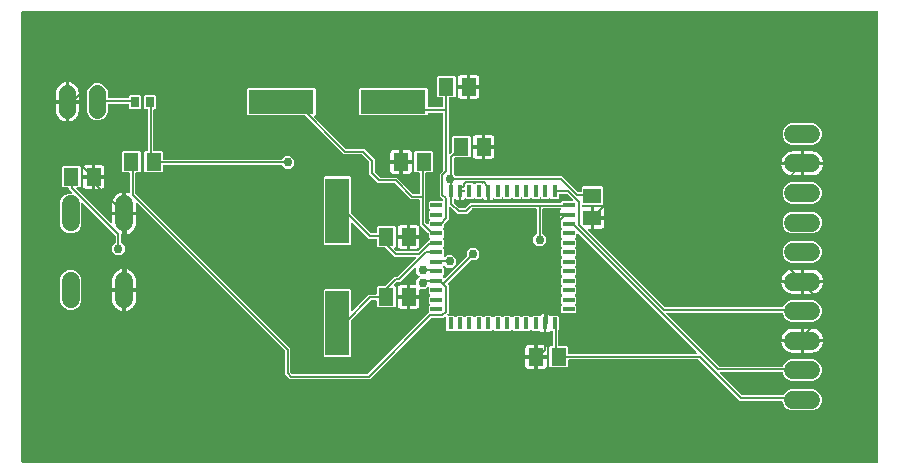
<source format=gbr>
G04 EAGLE Gerber RS-274X export*
G75*
%MOMM*%
%FSLAX34Y34*%
%LPD*%
%INTop Copper*%
%IPPOS*%
%AMOC8*
5,1,8,0,0,1.08239X$1,22.5*%
G01*
%ADD10R,1.300000X1.500000*%
%ADD11R,1.500000X1.300000*%
%ADD12C,1.422400*%
%ADD13R,0.700000X0.900000*%
%ADD14C,1.524000*%
%ADD15R,2.000000X5.500000*%
%ADD16R,5.500000X2.000000*%
%ADD17R,1.000000X0.400000*%
%ADD18R,0.400000X1.000000*%
%ADD19C,0.152400*%
%ADD20C,0.756400*%

G36*
X863620Y253242D02*
X863620Y253242D01*
X863639Y253240D01*
X863741Y253262D01*
X863843Y253279D01*
X863860Y253288D01*
X863880Y253292D01*
X863969Y253345D01*
X864060Y253394D01*
X864074Y253408D01*
X864091Y253418D01*
X864158Y253497D01*
X864230Y253572D01*
X864238Y253590D01*
X864251Y253605D01*
X864290Y253701D01*
X864333Y253795D01*
X864335Y253815D01*
X864343Y253833D01*
X864361Y254000D01*
X864361Y635000D01*
X864358Y635020D01*
X864360Y635039D01*
X864338Y635141D01*
X864322Y635243D01*
X864312Y635260D01*
X864308Y635280D01*
X864255Y635369D01*
X864206Y635460D01*
X864192Y635474D01*
X864182Y635491D01*
X864103Y635558D01*
X864028Y635630D01*
X864010Y635638D01*
X863995Y635651D01*
X863899Y635690D01*
X863805Y635733D01*
X863785Y635735D01*
X863767Y635743D01*
X863600Y635761D01*
X139700Y635761D01*
X139680Y635758D01*
X139661Y635760D01*
X139559Y635738D01*
X139457Y635722D01*
X139440Y635712D01*
X139420Y635708D01*
X139331Y635655D01*
X139240Y635606D01*
X139226Y635592D01*
X139209Y635582D01*
X139142Y635503D01*
X139071Y635428D01*
X139062Y635410D01*
X139049Y635395D01*
X139010Y635299D01*
X138967Y635205D01*
X138965Y635185D01*
X138957Y635167D01*
X138939Y635000D01*
X138939Y254000D01*
X138942Y253980D01*
X138940Y253961D01*
X138962Y253859D01*
X138979Y253757D01*
X138988Y253740D01*
X138992Y253720D01*
X139045Y253631D01*
X139094Y253540D01*
X139108Y253526D01*
X139118Y253509D01*
X139197Y253442D01*
X139272Y253371D01*
X139290Y253362D01*
X139305Y253349D01*
X139401Y253310D01*
X139495Y253267D01*
X139515Y253265D01*
X139533Y253257D01*
X139700Y253239D01*
X863600Y253239D01*
X863620Y253242D01*
G37*
%LPC*%
G36*
X480837Y456848D02*
X480837Y456848D01*
X480845Y456758D01*
X480857Y456728D01*
X480862Y456696D01*
X480905Y456615D01*
X480941Y456531D01*
X480967Y456499D01*
X480978Y456478D01*
X481001Y456456D01*
X481046Y456400D01*
X482476Y454970D01*
X482534Y454928D01*
X482586Y454879D01*
X482633Y454857D01*
X482675Y454827D01*
X482744Y454806D01*
X482809Y454775D01*
X482861Y454770D01*
X482911Y454754D01*
X482982Y454756D01*
X483053Y454748D01*
X483104Y454759D01*
X483156Y454761D01*
X483224Y454785D01*
X483294Y454800D01*
X483339Y454827D01*
X483387Y454845D01*
X483443Y454890D01*
X483505Y454927D01*
X483539Y454966D01*
X483579Y454999D01*
X483618Y455059D01*
X483665Y455114D01*
X483684Y455162D01*
X483712Y455206D01*
X483730Y455275D01*
X483757Y455342D01*
X483765Y455413D01*
X483773Y455444D01*
X483771Y455468D01*
X483775Y455508D01*
X483775Y457932D01*
X484605Y458762D01*
X484617Y458778D01*
X484633Y458790D01*
X484689Y458878D01*
X484749Y458961D01*
X484755Y458980D01*
X484766Y458997D01*
X484791Y459098D01*
X484821Y459197D01*
X484821Y459216D01*
X484826Y459236D01*
X484818Y459339D01*
X484815Y459442D01*
X484808Y459461D01*
X484807Y459481D01*
X484766Y459576D01*
X484731Y459673D01*
X484718Y459689D01*
X484710Y459707D01*
X484605Y459838D01*
X483775Y460668D01*
X483775Y465932D01*
X484605Y466762D01*
X484617Y466778D01*
X484633Y466790D01*
X484689Y466878D01*
X484749Y466961D01*
X484755Y466980D01*
X484766Y466997D01*
X484791Y467098D01*
X484821Y467197D01*
X484821Y467216D01*
X484826Y467236D01*
X484818Y467339D01*
X484815Y467442D01*
X484808Y467461D01*
X484807Y467481D01*
X484766Y467576D01*
X484731Y467673D01*
X484718Y467689D01*
X484710Y467707D01*
X484605Y467838D01*
X483775Y468668D01*
X483775Y473932D01*
X484668Y474825D01*
X495300Y474825D01*
X495320Y474828D01*
X495339Y474826D01*
X495441Y474848D01*
X495543Y474864D01*
X495560Y474874D01*
X495580Y474878D01*
X495669Y474931D01*
X495760Y474980D01*
X495774Y474994D01*
X495791Y475004D01*
X495858Y475083D01*
X495930Y475158D01*
X495938Y475176D01*
X495951Y475191D01*
X495990Y475287D01*
X496033Y475381D01*
X496035Y475401D01*
X496043Y475419D01*
X496061Y475586D01*
X496061Y475749D01*
X496047Y475840D01*
X496039Y475930D01*
X496027Y475960D01*
X496022Y475992D01*
X495979Y476073D01*
X495943Y476157D01*
X495917Y476189D01*
X495906Y476210D01*
X495883Y476232D01*
X495838Y476288D01*
X493013Y479113D01*
X493013Y497771D01*
X495838Y500596D01*
X495891Y500670D01*
X495951Y500740D01*
X495963Y500770D01*
X495982Y500796D01*
X496009Y500883D01*
X496043Y500968D01*
X496047Y501009D01*
X496054Y501031D01*
X496053Y501063D01*
X496061Y501134D01*
X496061Y548640D01*
X496058Y548660D01*
X496060Y548679D01*
X496038Y548781D01*
X496022Y548883D01*
X496012Y548900D01*
X496008Y548920D01*
X495955Y549009D01*
X495906Y549100D01*
X495892Y549114D01*
X495882Y549131D01*
X495803Y549198D01*
X495728Y549270D01*
X495710Y549278D01*
X495695Y549291D01*
X495599Y549330D01*
X495505Y549373D01*
X495485Y549375D01*
X495467Y549383D01*
X495300Y549401D01*
X483686Y549401D01*
X483666Y549398D01*
X483647Y549400D01*
X483545Y549378D01*
X483443Y549362D01*
X483426Y549352D01*
X483406Y549348D01*
X483317Y549295D01*
X483226Y549246D01*
X483212Y549232D01*
X483195Y549222D01*
X483128Y549143D01*
X483056Y549068D01*
X483048Y549050D01*
X483035Y549035D01*
X482996Y548939D01*
X482953Y548845D01*
X482951Y548825D01*
X482943Y548807D01*
X482925Y548640D01*
X482925Y548168D01*
X482032Y547275D01*
X425768Y547275D01*
X424875Y548168D01*
X424875Y569432D01*
X425768Y570325D01*
X482032Y570325D01*
X482925Y569432D01*
X482925Y554736D01*
X482928Y554716D01*
X482926Y554697D01*
X482948Y554595D01*
X482964Y554493D01*
X482974Y554476D01*
X482978Y554456D01*
X483031Y554367D01*
X483080Y554276D01*
X483094Y554262D01*
X483104Y554245D01*
X483183Y554178D01*
X483258Y554106D01*
X483276Y554098D01*
X483291Y554085D01*
X483387Y554046D01*
X483481Y554003D01*
X483501Y554001D01*
X483519Y553993D01*
X483686Y553975D01*
X495300Y553975D01*
X495320Y553978D01*
X495339Y553976D01*
X495441Y553998D01*
X495543Y554014D01*
X495560Y554024D01*
X495580Y554028D01*
X495669Y554081D01*
X495760Y554130D01*
X495774Y554144D01*
X495791Y554154D01*
X495858Y554233D01*
X495930Y554308D01*
X495938Y554326D01*
X495951Y554341D01*
X495990Y554437D01*
X496033Y554531D01*
X496035Y554551D01*
X496043Y554569D01*
X496061Y554736D01*
X496061Y561714D01*
X496058Y561734D01*
X496060Y561753D01*
X496038Y561855D01*
X496022Y561957D01*
X496012Y561974D01*
X496008Y561994D01*
X495955Y562083D01*
X495906Y562174D01*
X495892Y562188D01*
X495882Y562205D01*
X495803Y562272D01*
X495728Y562344D01*
X495710Y562352D01*
X495695Y562365D01*
X495599Y562404D01*
X495505Y562447D01*
X495485Y562449D01*
X495467Y562457D01*
X495300Y562475D01*
X491368Y562475D01*
X490475Y563368D01*
X490475Y579632D01*
X491368Y580525D01*
X505632Y580525D01*
X506525Y579632D01*
X506525Y563368D01*
X505632Y562475D01*
X501396Y562475D01*
X501376Y562472D01*
X501357Y562474D01*
X501255Y562452D01*
X501153Y562436D01*
X501136Y562426D01*
X501116Y562422D01*
X501027Y562369D01*
X500936Y562320D01*
X500922Y562306D01*
X500905Y562296D01*
X500838Y562217D01*
X500766Y562142D01*
X500758Y562124D01*
X500745Y562109D01*
X500706Y562013D01*
X500663Y561919D01*
X500661Y561899D01*
X500653Y561881D01*
X500635Y561714D01*
X500635Y514850D01*
X500646Y514780D01*
X500648Y514708D01*
X500666Y514659D01*
X500674Y514608D01*
X500708Y514544D01*
X500733Y514477D01*
X500765Y514436D01*
X500790Y514390D01*
X500842Y514341D01*
X500886Y514285D01*
X500930Y514257D01*
X500968Y514221D01*
X501033Y514191D01*
X501093Y514152D01*
X501144Y514139D01*
X501191Y514117D01*
X501262Y514109D01*
X501332Y514092D01*
X501384Y514096D01*
X501435Y514090D01*
X501506Y514105D01*
X501577Y514111D01*
X501625Y514131D01*
X501676Y514142D01*
X501737Y514179D01*
X501803Y514207D01*
X501859Y514252D01*
X501887Y514269D01*
X501902Y514286D01*
X501934Y514312D01*
X502952Y515330D01*
X502999Y515395D01*
X503044Y515442D01*
X503050Y515457D01*
X503065Y515474D01*
X503077Y515504D01*
X503096Y515530D01*
X503118Y515603D01*
X503147Y515665D01*
X503149Y515683D01*
X503157Y515702D01*
X503161Y515743D01*
X503168Y515765D01*
X503167Y515797D01*
X503175Y515869D01*
X503175Y528832D01*
X504068Y529725D01*
X518332Y529725D01*
X519225Y528832D01*
X519225Y512568D01*
X518332Y511675D01*
X506081Y511675D01*
X505990Y511661D01*
X505900Y511653D01*
X505870Y511641D01*
X505838Y511636D01*
X505757Y511593D01*
X505673Y511557D01*
X505641Y511531D01*
X505620Y511520D01*
X505598Y511497D01*
X505542Y511452D01*
X505430Y511340D01*
X505377Y511266D01*
X505317Y511196D01*
X505305Y511166D01*
X505286Y511140D01*
X505259Y511053D01*
X505225Y510968D01*
X505221Y510927D01*
X505214Y510905D01*
X505215Y510873D01*
X505207Y510801D01*
X505207Y497785D01*
X505221Y497695D01*
X505229Y497604D01*
X505241Y497575D01*
X505246Y497543D01*
X505289Y497462D01*
X505325Y497378D01*
X505351Y497346D01*
X505362Y497325D01*
X505385Y497303D01*
X505430Y497247D01*
X506391Y496286D01*
X506465Y496233D01*
X506535Y496173D01*
X506565Y496161D01*
X506591Y496142D01*
X506678Y496115D01*
X506763Y496081D01*
X506804Y496077D01*
X506826Y496070D01*
X506858Y496071D01*
X506929Y496063D01*
X596831Y496063D01*
X610324Y482570D01*
X610398Y482517D01*
X610468Y482457D01*
X610498Y482445D01*
X610524Y482426D01*
X610611Y482399D01*
X610696Y482365D01*
X610737Y482361D01*
X610759Y482354D01*
X610791Y482355D01*
X610863Y482347D01*
X612514Y482347D01*
X612534Y482350D01*
X612553Y482348D01*
X612655Y482370D01*
X612757Y482386D01*
X612774Y482396D01*
X612794Y482400D01*
X612883Y482453D01*
X612974Y482502D01*
X612988Y482516D01*
X613005Y482526D01*
X613072Y482605D01*
X613144Y482680D01*
X613152Y482698D01*
X613165Y482713D01*
X613204Y482809D01*
X613247Y482903D01*
X613249Y482923D01*
X613257Y482941D01*
X613275Y483108D01*
X613275Y486532D01*
X614168Y487425D01*
X630432Y487425D01*
X631325Y486532D01*
X631325Y472268D01*
X630432Y471375D01*
X614172Y471375D01*
X614152Y471372D01*
X614133Y471374D01*
X614031Y471352D01*
X613929Y471336D01*
X613912Y471326D01*
X613892Y471322D01*
X613803Y471269D01*
X613712Y471220D01*
X613698Y471206D01*
X613681Y471196D01*
X613614Y471117D01*
X613542Y471042D01*
X613534Y471024D01*
X613521Y471009D01*
X613482Y470913D01*
X613439Y470819D01*
X613437Y470799D01*
X613429Y470781D01*
X613411Y470614D01*
X613411Y470150D01*
X613430Y470034D01*
X613448Y469915D01*
X613450Y469911D01*
X613450Y469907D01*
X613505Y469804D01*
X613561Y469697D01*
X613564Y469694D01*
X613566Y469690D01*
X613651Y469609D01*
X613737Y469525D01*
X613741Y469524D01*
X613744Y469521D01*
X613852Y469470D01*
X613959Y469419D01*
X613963Y469419D01*
X613967Y469417D01*
X614086Y469404D01*
X614203Y469390D01*
X614208Y469390D01*
X614211Y469390D01*
X614225Y469393D01*
X614369Y469415D01*
X614465Y469441D01*
X620777Y469441D01*
X620777Y461162D01*
X620780Y461142D01*
X620778Y461123D01*
X620800Y461021D01*
X620817Y460919D01*
X620826Y460902D01*
X620830Y460882D01*
X620883Y460793D01*
X620932Y460702D01*
X620946Y460688D01*
X620956Y460671D01*
X621035Y460604D01*
X621110Y460533D01*
X621128Y460524D01*
X621143Y460511D01*
X621239Y460472D01*
X621333Y460429D01*
X621353Y460427D01*
X621371Y460419D01*
X621538Y460401D01*
X622301Y460401D01*
X622301Y460399D01*
X621538Y460399D01*
X621518Y460396D01*
X621499Y460398D01*
X621397Y460376D01*
X621295Y460359D01*
X621278Y460350D01*
X621258Y460346D01*
X621169Y460293D01*
X621078Y460244D01*
X621064Y460230D01*
X621047Y460220D01*
X620980Y460141D01*
X620909Y460066D01*
X620900Y460048D01*
X620887Y460033D01*
X620848Y459937D01*
X620805Y459843D01*
X620803Y459823D01*
X620795Y459805D01*
X620777Y459638D01*
X620777Y451359D01*
X618988Y451359D01*
X618918Y451348D01*
X618846Y451346D01*
X618797Y451328D01*
X618746Y451320D01*
X618682Y451286D01*
X618615Y451261D01*
X618574Y451229D01*
X618528Y451204D01*
X618479Y451152D01*
X618423Y451108D01*
X618395Y451064D01*
X618359Y451026D01*
X618329Y450961D01*
X618290Y450901D01*
X618277Y450850D01*
X618255Y450803D01*
X618247Y450732D01*
X618230Y450662D01*
X618234Y450610D01*
X618228Y450559D01*
X618243Y450488D01*
X618249Y450417D01*
X618269Y450369D01*
X618280Y450318D01*
X618317Y450257D01*
X618345Y450191D01*
X618390Y450135D01*
X618407Y450107D01*
X618424Y450092D01*
X618450Y450060D01*
X683476Y385034D01*
X683550Y384981D01*
X683620Y384921D01*
X683650Y384909D01*
X683676Y384890D01*
X683763Y384863D01*
X683848Y384829D01*
X683889Y384825D01*
X683911Y384818D01*
X683943Y384819D01*
X684015Y384811D01*
X783403Y384811D01*
X783518Y384830D01*
X783634Y384847D01*
X783640Y384849D01*
X783646Y384850D01*
X783748Y384905D01*
X783853Y384958D01*
X783858Y384963D01*
X783863Y384966D01*
X783943Y385050D01*
X784026Y385134D01*
X784029Y385140D01*
X784033Y385144D01*
X784040Y385161D01*
X784106Y385281D01*
X784727Y386780D01*
X787300Y389353D01*
X790661Y390745D01*
X809539Y390745D01*
X812900Y389353D01*
X815473Y386780D01*
X816865Y383419D01*
X816865Y379781D01*
X815473Y376420D01*
X812900Y373847D01*
X809539Y372455D01*
X790661Y372455D01*
X787300Y373847D01*
X784727Y376420D01*
X783341Y379767D01*
X783279Y379867D01*
X783219Y379967D01*
X783215Y379971D01*
X783211Y379976D01*
X783121Y380051D01*
X783033Y380127D01*
X783027Y380129D01*
X783022Y380133D01*
X782913Y380175D01*
X782804Y380219D01*
X782797Y380220D01*
X782792Y380221D01*
X782774Y380222D01*
X782638Y380237D01*
X685538Y380237D01*
X685468Y380226D01*
X685396Y380224D01*
X685347Y380206D01*
X685296Y380198D01*
X685232Y380164D01*
X685165Y380139D01*
X685124Y380107D01*
X685078Y380082D01*
X685029Y380031D01*
X684973Y379986D01*
X684945Y379942D01*
X684909Y379904D01*
X684879Y379839D01*
X684840Y379779D01*
X684827Y379728D01*
X684805Y379681D01*
X684797Y379610D01*
X684780Y379540D01*
X684784Y379488D01*
X684778Y379437D01*
X684793Y379366D01*
X684799Y379295D01*
X684819Y379247D01*
X684830Y379196D01*
X684867Y379135D01*
X684895Y379069D01*
X684940Y379013D01*
X684957Y378985D01*
X684974Y378970D01*
X685000Y378938D01*
X729196Y334742D01*
X729270Y334689D01*
X729340Y334629D01*
X729370Y334617D01*
X729396Y334598D01*
X729483Y334571D01*
X729568Y334537D01*
X729609Y334533D01*
X729631Y334526D01*
X729663Y334527D01*
X729734Y334519D01*
X783282Y334519D01*
X783397Y334538D01*
X783513Y334555D01*
X783519Y334557D01*
X783525Y334558D01*
X783628Y334613D01*
X783732Y334666D01*
X783737Y334671D01*
X783742Y334674D01*
X783822Y334758D01*
X783905Y334842D01*
X783908Y334848D01*
X783912Y334852D01*
X783919Y334869D01*
X783985Y334989D01*
X784727Y336780D01*
X787300Y339353D01*
X790661Y340745D01*
X809539Y340745D01*
X812900Y339353D01*
X815473Y336780D01*
X816865Y333419D01*
X816865Y329781D01*
X815473Y326420D01*
X812900Y323847D01*
X809539Y322455D01*
X790661Y322455D01*
X787300Y323847D01*
X784727Y326420D01*
X783462Y329475D01*
X783400Y329575D01*
X783340Y329675D01*
X783336Y329679D01*
X783332Y329684D01*
X783242Y329759D01*
X783153Y329835D01*
X783148Y329837D01*
X783143Y329841D01*
X783034Y329883D01*
X782925Y329927D01*
X782918Y329928D01*
X782913Y329929D01*
X782895Y329930D01*
X782759Y329945D01*
X731258Y329945D01*
X731188Y329934D01*
X731116Y329932D01*
X731067Y329914D01*
X731016Y329906D01*
X730952Y329872D01*
X730885Y329847D01*
X730844Y329815D01*
X730798Y329790D01*
X730749Y329738D01*
X730693Y329694D01*
X730665Y329650D01*
X730629Y329612D01*
X730599Y329547D01*
X730560Y329487D01*
X730547Y329436D01*
X730525Y329389D01*
X730517Y329318D01*
X730500Y329248D01*
X730504Y329196D01*
X730498Y329145D01*
X730513Y329074D01*
X730519Y329003D01*
X730539Y328955D01*
X730550Y328904D01*
X730587Y328843D01*
X730615Y328777D01*
X730660Y328721D01*
X730677Y328693D01*
X730694Y328678D01*
X730720Y328646D01*
X749008Y310358D01*
X749082Y310305D01*
X749152Y310245D01*
X749182Y310233D01*
X749208Y310214D01*
X749295Y310187D01*
X749380Y310153D01*
X749421Y310149D01*
X749443Y310142D01*
X749475Y310143D01*
X749547Y310135D01*
X783537Y310135D01*
X783652Y310154D01*
X783768Y310171D01*
X783774Y310173D01*
X783780Y310174D01*
X783883Y310229D01*
X783987Y310282D01*
X783992Y310287D01*
X783997Y310290D01*
X784077Y310374D01*
X784160Y310458D01*
X784163Y310464D01*
X784167Y310468D01*
X784175Y310485D01*
X784241Y310605D01*
X784727Y311780D01*
X787300Y314353D01*
X790661Y315745D01*
X809539Y315745D01*
X812900Y314353D01*
X815473Y311780D01*
X816865Y308419D01*
X816865Y304781D01*
X815473Y301420D01*
X812900Y298847D01*
X809539Y297455D01*
X790661Y297455D01*
X787300Y298847D01*
X784727Y301420D01*
X783335Y304781D01*
X783335Y304800D01*
X783332Y304820D01*
X783334Y304839D01*
X783312Y304941D01*
X783296Y305043D01*
X783286Y305060D01*
X783282Y305080D01*
X783229Y305169D01*
X783180Y305260D01*
X783166Y305274D01*
X783156Y305291D01*
X783077Y305358D01*
X783002Y305430D01*
X782984Y305438D01*
X782969Y305451D01*
X782873Y305490D01*
X782779Y305533D01*
X782759Y305535D01*
X782741Y305543D01*
X782574Y305561D01*
X747337Y305561D01*
X712508Y340390D01*
X712434Y340443D01*
X712364Y340503D01*
X712334Y340515D01*
X712308Y340534D01*
X712221Y340561D01*
X712136Y340595D01*
X712095Y340599D01*
X712073Y340606D01*
X712041Y340605D01*
X711969Y340613D01*
X602486Y340613D01*
X602466Y340610D01*
X602447Y340612D01*
X602345Y340590D01*
X602243Y340574D01*
X602226Y340564D01*
X602206Y340560D01*
X602117Y340507D01*
X602026Y340458D01*
X602012Y340444D01*
X601995Y340434D01*
X601928Y340355D01*
X601856Y340280D01*
X601848Y340262D01*
X601835Y340247D01*
X601796Y340151D01*
X601753Y340057D01*
X601751Y340037D01*
X601743Y340019D01*
X601725Y339852D01*
X601725Y334768D01*
X600832Y333875D01*
X586568Y333875D01*
X585675Y334768D01*
X585675Y351032D01*
X586568Y351925D01*
X588264Y351925D01*
X588284Y351928D01*
X588303Y351926D01*
X588405Y351948D01*
X588507Y351964D01*
X588524Y351974D01*
X588544Y351978D01*
X588633Y352031D01*
X588724Y352080D01*
X588738Y352094D01*
X588755Y352104D01*
X588822Y352183D01*
X588894Y352258D01*
X588902Y352276D01*
X588915Y352291D01*
X588954Y352387D01*
X588997Y352481D01*
X588999Y352501D01*
X589007Y352519D01*
X589025Y352686D01*
X589025Y364014D01*
X589022Y364034D01*
X589024Y364053D01*
X589002Y364155D01*
X588986Y364257D01*
X588976Y364274D01*
X588972Y364294D01*
X588919Y364383D01*
X588870Y364474D01*
X588856Y364488D01*
X588846Y364505D01*
X588767Y364572D01*
X588692Y364644D01*
X588674Y364652D01*
X588659Y364665D01*
X588563Y364704D01*
X588469Y364747D01*
X588449Y364749D01*
X588431Y364757D01*
X588264Y364775D01*
X587668Y364775D01*
X587536Y364907D01*
X587441Y364976D01*
X587344Y365047D01*
X587340Y365049D01*
X587337Y365051D01*
X587223Y365086D01*
X587110Y365122D01*
X587105Y365122D01*
X587102Y365123D01*
X586983Y365120D01*
X586864Y365118D01*
X586860Y365117D01*
X586856Y365117D01*
X586745Y365076D01*
X586632Y365037D01*
X586629Y365034D01*
X586625Y365033D01*
X586532Y364958D01*
X586438Y364885D01*
X586435Y364881D01*
X586433Y364879D01*
X586425Y364867D01*
X586339Y364750D01*
X586333Y364740D01*
X585860Y364267D01*
X585281Y363932D01*
X584634Y363759D01*
X583299Y363759D01*
X583299Y371062D01*
X583296Y371081D01*
X583298Y371101D01*
X583276Y371203D01*
X583260Y371305D01*
X583259Y371306D01*
X583271Y371333D01*
X583273Y371353D01*
X583281Y371371D01*
X583299Y371538D01*
X583299Y378841D01*
X584635Y378841D01*
X585281Y378668D01*
X585860Y378333D01*
X586333Y377860D01*
X586339Y377850D01*
X586414Y377759D01*
X586488Y377665D01*
X586492Y377663D01*
X586495Y377660D01*
X586594Y377597D01*
X586695Y377532D01*
X586699Y377531D01*
X586703Y377529D01*
X586818Y377501D01*
X586934Y377472D01*
X586938Y377473D01*
X586942Y377472D01*
X587061Y377482D01*
X587179Y377491D01*
X587183Y377493D01*
X587187Y377493D01*
X587295Y377541D01*
X587405Y377588D01*
X587409Y377591D01*
X587412Y377592D01*
X587422Y377601D01*
X587536Y377693D01*
X587668Y377825D01*
X592932Y377825D01*
X593825Y376932D01*
X593825Y365668D01*
X593822Y365665D01*
X593777Y365604D01*
X593746Y365571D01*
X593740Y365558D01*
X593709Y365522D01*
X593697Y365492D01*
X593678Y365466D01*
X593651Y365379D01*
X593617Y365294D01*
X593613Y365253D01*
X593606Y365231D01*
X593607Y365198D01*
X593599Y365127D01*
X593599Y352686D01*
X593602Y352666D01*
X593600Y352647D01*
X593622Y352545D01*
X593638Y352443D01*
X593648Y352426D01*
X593652Y352406D01*
X593705Y352317D01*
X593754Y352226D01*
X593768Y352212D01*
X593778Y352195D01*
X593857Y352128D01*
X593932Y352056D01*
X593950Y352048D01*
X593965Y352035D01*
X594061Y351996D01*
X594155Y351953D01*
X594175Y351951D01*
X594193Y351943D01*
X594360Y351925D01*
X600832Y351925D01*
X601725Y351032D01*
X601725Y345948D01*
X601728Y345928D01*
X601726Y345909D01*
X601748Y345807D01*
X601764Y345705D01*
X601774Y345688D01*
X601778Y345668D01*
X601831Y345579D01*
X601880Y345488D01*
X601894Y345474D01*
X601904Y345457D01*
X601983Y345390D01*
X602058Y345318D01*
X602076Y345310D01*
X602091Y345297D01*
X602187Y345258D01*
X602281Y345215D01*
X602301Y345213D01*
X602319Y345205D01*
X602486Y345187D01*
X710446Y345187D01*
X710516Y345198D01*
X710588Y345200D01*
X710637Y345218D01*
X710688Y345226D01*
X710752Y345260D01*
X710819Y345285D01*
X710860Y345317D01*
X710906Y345342D01*
X710955Y345393D01*
X711011Y345438D01*
X711039Y345482D01*
X711075Y345520D01*
X711105Y345585D01*
X711144Y345645D01*
X711157Y345696D01*
X711179Y345743D01*
X711187Y345814D01*
X711204Y345884D01*
X711200Y345936D01*
X711206Y345987D01*
X711191Y346058D01*
X711185Y346129D01*
X711165Y346177D01*
X711154Y346228D01*
X711117Y346289D01*
X711089Y346355D01*
X711044Y346411D01*
X711027Y346439D01*
X711010Y346454D01*
X710984Y346486D01*
X610124Y447346D01*
X610066Y447388D01*
X610014Y447437D01*
X609967Y447459D01*
X609925Y447489D01*
X609856Y447510D01*
X609791Y447541D01*
X609739Y447546D01*
X609689Y447562D01*
X609618Y447560D01*
X609547Y447568D01*
X609496Y447557D01*
X609444Y447555D01*
X609376Y447531D01*
X609306Y447516D01*
X609262Y447489D01*
X609213Y447471D01*
X609157Y447426D01*
X609095Y447389D01*
X609061Y447350D01*
X609021Y447317D01*
X608982Y447257D01*
X608935Y447202D01*
X608916Y447154D01*
X608888Y447110D01*
X608870Y447041D01*
X608843Y446974D01*
X608835Y446903D01*
X608827Y446872D01*
X608829Y446848D01*
X608825Y446808D01*
X608825Y444668D01*
X607995Y443838D01*
X607983Y443822D01*
X607967Y443810D01*
X607911Y443722D01*
X607851Y443639D01*
X607845Y443620D01*
X607834Y443603D01*
X607809Y443502D01*
X607779Y443403D01*
X607779Y443384D01*
X607774Y443364D01*
X607782Y443261D01*
X607785Y443158D01*
X607792Y443139D01*
X607793Y443119D01*
X607834Y443024D01*
X607869Y442927D01*
X607882Y442911D01*
X607890Y442893D01*
X607995Y442762D01*
X608825Y441932D01*
X608825Y436668D01*
X607995Y435838D01*
X607983Y435822D01*
X607967Y435810D01*
X607911Y435722D01*
X607851Y435639D01*
X607845Y435620D01*
X607834Y435603D01*
X607809Y435502D01*
X607779Y435403D01*
X607779Y435384D01*
X607774Y435364D01*
X607782Y435261D01*
X607785Y435158D01*
X607792Y435139D01*
X607793Y435119D01*
X607834Y435024D01*
X607869Y434927D01*
X607882Y434911D01*
X607890Y434893D01*
X607995Y434762D01*
X608825Y433932D01*
X608825Y428668D01*
X607995Y427838D01*
X607983Y427822D01*
X607967Y427810D01*
X607911Y427722D01*
X607851Y427639D01*
X607845Y427620D01*
X607834Y427603D01*
X607809Y427502D01*
X607779Y427403D01*
X607779Y427384D01*
X607774Y427364D01*
X607782Y427261D01*
X607785Y427158D01*
X607792Y427139D01*
X607793Y427119D01*
X607834Y427024D01*
X607869Y426927D01*
X607882Y426911D01*
X607890Y426893D01*
X607995Y426762D01*
X608825Y425932D01*
X608825Y420668D01*
X607995Y419838D01*
X607983Y419822D01*
X607967Y419810D01*
X607911Y419722D01*
X607851Y419639D01*
X607845Y419620D01*
X607834Y419603D01*
X607809Y419502D01*
X607779Y419403D01*
X607779Y419384D01*
X607774Y419364D01*
X607782Y419261D01*
X607785Y419158D01*
X607792Y419139D01*
X607793Y419119D01*
X607834Y419024D01*
X607869Y418927D01*
X607882Y418911D01*
X607890Y418893D01*
X607995Y418762D01*
X608825Y417932D01*
X608825Y412668D01*
X607995Y411838D01*
X607983Y411822D01*
X607967Y411810D01*
X607911Y411722D01*
X607851Y411639D01*
X607845Y411620D01*
X607834Y411603D01*
X607809Y411502D01*
X607779Y411403D01*
X607779Y411384D01*
X607774Y411364D01*
X607782Y411261D01*
X607785Y411158D01*
X607792Y411139D01*
X607793Y411119D01*
X607834Y411024D01*
X607869Y410927D01*
X607882Y410911D01*
X607890Y410893D01*
X607995Y410762D01*
X608825Y409932D01*
X608825Y404668D01*
X607995Y403838D01*
X607983Y403822D01*
X607967Y403810D01*
X607911Y403722D01*
X607851Y403639D01*
X607845Y403620D01*
X607834Y403603D01*
X607809Y403502D01*
X607779Y403403D01*
X607779Y403384D01*
X607774Y403364D01*
X607782Y403261D01*
X607785Y403158D01*
X607792Y403139D01*
X607793Y403119D01*
X607834Y403024D01*
X607869Y402927D01*
X607882Y402911D01*
X607890Y402893D01*
X607995Y402762D01*
X608825Y401932D01*
X608825Y396668D01*
X607995Y395838D01*
X607983Y395822D01*
X607967Y395810D01*
X607911Y395722D01*
X607851Y395639D01*
X607845Y395620D01*
X607834Y395603D01*
X607809Y395502D01*
X607779Y395403D01*
X607779Y395384D01*
X607774Y395364D01*
X607782Y395261D01*
X607785Y395158D01*
X607792Y395139D01*
X607793Y395119D01*
X607834Y395024D01*
X607869Y394927D01*
X607882Y394911D01*
X607890Y394893D01*
X607995Y394762D01*
X608825Y393932D01*
X608825Y388668D01*
X607995Y387838D01*
X607983Y387822D01*
X607967Y387810D01*
X607911Y387722D01*
X607851Y387639D01*
X607845Y387620D01*
X607834Y387603D01*
X607809Y387502D01*
X607779Y387403D01*
X607779Y387384D01*
X607774Y387364D01*
X607782Y387261D01*
X607785Y387158D01*
X607792Y387139D01*
X607793Y387119D01*
X607834Y387024D01*
X607869Y386927D01*
X607882Y386911D01*
X607890Y386893D01*
X607995Y386762D01*
X608825Y385932D01*
X608825Y380668D01*
X607932Y379775D01*
X596668Y379775D01*
X595775Y380668D01*
X595775Y385932D01*
X596605Y386762D01*
X596617Y386778D01*
X596633Y386790D01*
X596689Y386878D01*
X596749Y386961D01*
X596755Y386980D01*
X596766Y386997D01*
X596791Y387098D01*
X596821Y387197D01*
X596821Y387216D01*
X596826Y387236D01*
X596818Y387339D01*
X596815Y387442D01*
X596808Y387461D01*
X596807Y387481D01*
X596766Y387576D01*
X596731Y387673D01*
X596718Y387689D01*
X596710Y387707D01*
X596605Y387838D01*
X595775Y388668D01*
X595775Y393932D01*
X596605Y394762D01*
X596617Y394778D01*
X596633Y394790D01*
X596689Y394878D01*
X596749Y394961D01*
X596755Y394980D01*
X596766Y394997D01*
X596791Y395098D01*
X596821Y395197D01*
X596821Y395216D01*
X596826Y395236D01*
X596818Y395339D01*
X596815Y395442D01*
X596808Y395461D01*
X596807Y395481D01*
X596766Y395576D01*
X596731Y395673D01*
X596718Y395689D01*
X596710Y395707D01*
X596605Y395838D01*
X595775Y396668D01*
X595775Y401932D01*
X596605Y402762D01*
X596617Y402778D01*
X596633Y402790D01*
X596689Y402878D01*
X596749Y402961D01*
X596755Y402980D01*
X596766Y402997D01*
X596791Y403098D01*
X596821Y403197D01*
X596821Y403216D01*
X596826Y403236D01*
X596818Y403339D01*
X596815Y403442D01*
X596808Y403461D01*
X596807Y403481D01*
X596766Y403576D01*
X596731Y403673D01*
X596718Y403689D01*
X596710Y403707D01*
X596605Y403838D01*
X595775Y404668D01*
X595775Y409932D01*
X596605Y410762D01*
X596617Y410778D01*
X596633Y410790D01*
X596689Y410878D01*
X596749Y410961D01*
X596755Y410980D01*
X596766Y410997D01*
X596791Y411098D01*
X596821Y411197D01*
X596821Y411216D01*
X596826Y411236D01*
X596818Y411339D01*
X596815Y411442D01*
X596808Y411461D01*
X596807Y411481D01*
X596766Y411576D01*
X596731Y411673D01*
X596718Y411689D01*
X596710Y411707D01*
X596605Y411838D01*
X595775Y412668D01*
X595775Y417932D01*
X596605Y418762D01*
X596617Y418778D01*
X596633Y418790D01*
X596689Y418878D01*
X596749Y418961D01*
X596755Y418980D01*
X596766Y418997D01*
X596791Y419098D01*
X596821Y419197D01*
X596821Y419216D01*
X596826Y419236D01*
X596818Y419339D01*
X596815Y419442D01*
X596808Y419461D01*
X596807Y419481D01*
X596766Y419576D01*
X596731Y419673D01*
X596718Y419689D01*
X596710Y419707D01*
X596605Y419838D01*
X595775Y420668D01*
X595775Y425932D01*
X596605Y426762D01*
X596617Y426778D01*
X596633Y426790D01*
X596689Y426878D01*
X596749Y426961D01*
X596755Y426980D01*
X596766Y426997D01*
X596791Y427098D01*
X596821Y427197D01*
X596821Y427216D01*
X596826Y427236D01*
X596818Y427339D01*
X596815Y427442D01*
X596808Y427461D01*
X596807Y427481D01*
X596766Y427576D01*
X596731Y427673D01*
X596718Y427689D01*
X596710Y427707D01*
X596605Y427838D01*
X595775Y428668D01*
X595775Y433932D01*
X596605Y434762D01*
X596617Y434778D01*
X596633Y434790D01*
X596689Y434878D01*
X596749Y434961D01*
X596755Y434980D01*
X596766Y434997D01*
X596791Y435098D01*
X596821Y435197D01*
X596821Y435216D01*
X596826Y435236D01*
X596818Y435339D01*
X596815Y435442D01*
X596808Y435461D01*
X596807Y435481D01*
X596766Y435576D01*
X596731Y435673D01*
X596718Y435689D01*
X596710Y435707D01*
X596605Y435838D01*
X595775Y436668D01*
X595775Y441932D01*
X596605Y442762D01*
X596617Y442778D01*
X596633Y442790D01*
X596689Y442878D01*
X596749Y442961D01*
X596755Y442980D01*
X596766Y442997D01*
X596791Y443098D01*
X596821Y443197D01*
X596821Y443216D01*
X596826Y443236D01*
X596818Y443339D01*
X596815Y443442D01*
X596808Y443461D01*
X596807Y443481D01*
X596766Y443576D01*
X596731Y443673D01*
X596718Y443689D01*
X596710Y443707D01*
X596605Y443838D01*
X595775Y444668D01*
X595775Y449932D01*
X596605Y450762D01*
X596617Y450778D01*
X596633Y450790D01*
X596689Y450878D01*
X596749Y450961D01*
X596755Y450980D01*
X596766Y450997D01*
X596791Y451098D01*
X596821Y451197D01*
X596821Y451216D01*
X596826Y451236D01*
X596818Y451339D01*
X596815Y451442D01*
X596808Y451461D01*
X596807Y451481D01*
X596766Y451576D01*
X596731Y451673D01*
X596718Y451689D01*
X596710Y451707D01*
X596605Y451838D01*
X595775Y452668D01*
X595775Y457932D01*
X595907Y458064D01*
X595976Y458159D01*
X596047Y458256D01*
X596049Y458260D01*
X596051Y458263D01*
X596086Y458377D01*
X596122Y458490D01*
X596122Y458495D01*
X596123Y458498D01*
X596120Y458617D01*
X596118Y458736D01*
X596117Y458740D01*
X596117Y458744D01*
X596076Y458855D01*
X596037Y458968D01*
X596034Y458971D01*
X596033Y458975D01*
X595958Y459068D01*
X595885Y459162D01*
X595881Y459165D01*
X595879Y459167D01*
X595867Y459175D01*
X595750Y459261D01*
X595740Y459267D01*
X595267Y459740D01*
X594932Y460319D01*
X594759Y460966D01*
X594759Y462301D01*
X602062Y462301D01*
X602081Y462304D01*
X602101Y462302D01*
X602203Y462324D01*
X602305Y462340D01*
X602322Y462350D01*
X602342Y462354D01*
X602431Y462407D01*
X602522Y462456D01*
X602536Y462470D01*
X602553Y462480D01*
X602620Y462559D01*
X602691Y462634D01*
X602700Y462652D01*
X602713Y462667D01*
X602751Y462763D01*
X602795Y462857D01*
X602797Y462877D01*
X602805Y462895D01*
X602823Y463062D01*
X602823Y463538D01*
X602820Y463558D01*
X602822Y463577D01*
X602800Y463679D01*
X602783Y463781D01*
X602774Y463798D01*
X602770Y463818D01*
X602717Y463907D01*
X602668Y463998D01*
X602654Y464012D01*
X602644Y464029D01*
X602565Y464096D01*
X602490Y464168D01*
X602472Y464176D01*
X602457Y464189D01*
X602360Y464228D01*
X602267Y464271D01*
X602247Y464273D01*
X602229Y464281D01*
X602062Y464299D01*
X594759Y464299D01*
X594759Y465634D01*
X594932Y466281D01*
X595267Y466860D01*
X595737Y467330D01*
X595779Y467388D01*
X595828Y467440D01*
X595850Y467487D01*
X595880Y467529D01*
X595901Y467598D01*
X595931Y467663D01*
X595937Y467715D01*
X595953Y467765D01*
X595951Y467836D01*
X595959Y467907D01*
X595947Y467958D01*
X595946Y468010D01*
X595922Y468078D01*
X595906Y468148D01*
X595880Y468193D01*
X595862Y468241D01*
X595817Y468297D01*
X595780Y468359D01*
X595740Y468393D01*
X595708Y468433D01*
X595648Y468472D01*
X595593Y468519D01*
X595545Y468538D01*
X595501Y468566D01*
X595432Y468584D01*
X595365Y468611D01*
X595294Y468619D01*
X595263Y468627D01*
X595239Y468625D01*
X595198Y468629D01*
X580644Y468629D01*
X580624Y468626D01*
X580605Y468628D01*
X580503Y468606D01*
X580401Y468590D01*
X580384Y468580D01*
X580364Y468576D01*
X580275Y468523D01*
X580184Y468474D01*
X580170Y468460D01*
X580153Y468450D01*
X580086Y468371D01*
X580014Y468296D01*
X580006Y468278D01*
X579993Y468263D01*
X579954Y468167D01*
X579911Y468073D01*
X579909Y468053D01*
X579901Y468035D01*
X579883Y467868D01*
X579883Y447493D01*
X579897Y447403D01*
X579905Y447312D01*
X579917Y447283D01*
X579922Y447251D01*
X579965Y447170D01*
X580001Y447086D01*
X580027Y447054D01*
X580038Y447033D01*
X580061Y447011D01*
X580106Y446955D01*
X582903Y444158D01*
X582903Y439762D01*
X579794Y436653D01*
X575398Y436653D01*
X572289Y439762D01*
X572289Y444158D01*
X575086Y446955D01*
X575139Y447029D01*
X575199Y447099D01*
X575211Y447129D01*
X575230Y447155D01*
X575257Y447242D01*
X575291Y447327D01*
X575295Y447368D01*
X575302Y447390D01*
X575301Y447422D01*
X575309Y447493D01*
X575309Y467868D01*
X575306Y467888D01*
X575308Y467907D01*
X575286Y468009D01*
X575270Y468111D01*
X575260Y468128D01*
X575256Y468148D01*
X575203Y468237D01*
X575154Y468328D01*
X575140Y468342D01*
X575130Y468359D01*
X575051Y468426D01*
X574976Y468498D01*
X574958Y468506D01*
X574943Y468519D01*
X574847Y468558D01*
X574753Y468601D01*
X574733Y468603D01*
X574715Y468611D01*
X574548Y468629D01*
X520947Y468629D01*
X520856Y468615D01*
X520766Y468607D01*
X520736Y468595D01*
X520704Y468590D01*
X520623Y468547D01*
X520539Y468511D01*
X520507Y468485D01*
X520486Y468474D01*
X520464Y468451D01*
X520408Y468406D01*
X516059Y464057D01*
X508069Y464057D01*
X506506Y465620D01*
X502196Y469930D01*
X501934Y470192D01*
X501876Y470234D01*
X501824Y470283D01*
X501777Y470305D01*
X501735Y470335D01*
X501666Y470356D01*
X501601Y470387D01*
X501549Y470392D01*
X501499Y470408D01*
X501428Y470406D01*
X501357Y470414D01*
X501306Y470403D01*
X501254Y470401D01*
X501186Y470377D01*
X501116Y470362D01*
X501071Y470335D01*
X501023Y470317D01*
X500967Y470272D01*
X500905Y470235D01*
X500871Y470196D01*
X500831Y470163D01*
X500792Y470103D01*
X500745Y470048D01*
X500726Y470000D01*
X500698Y469956D01*
X500680Y469887D01*
X500653Y469820D01*
X500645Y469749D01*
X500637Y469718D01*
X500639Y469694D01*
X500635Y469654D01*
X500635Y459301D01*
X497048Y455714D01*
X496995Y455640D01*
X496935Y455570D01*
X496923Y455540D01*
X496904Y455514D01*
X496877Y455427D01*
X496843Y455342D01*
X496839Y455301D01*
X496832Y455279D01*
X496833Y455247D01*
X496825Y455175D01*
X496825Y452668D01*
X495995Y451838D01*
X495983Y451822D01*
X495967Y451810D01*
X495911Y451722D01*
X495851Y451639D01*
X495845Y451620D01*
X495834Y451603D01*
X495809Y451502D01*
X495779Y451403D01*
X495779Y451384D01*
X495774Y451364D01*
X495782Y451261D01*
X495785Y451158D01*
X495792Y451139D01*
X495793Y451119D01*
X495834Y451024D01*
X495869Y450927D01*
X495882Y450911D01*
X495890Y450893D01*
X495995Y450762D01*
X496825Y449932D01*
X496825Y444668D01*
X495995Y443838D01*
X495983Y443822D01*
X495967Y443810D01*
X495911Y443722D01*
X495851Y443639D01*
X495845Y443620D01*
X495834Y443603D01*
X495809Y443502D01*
X495779Y443403D01*
X495779Y443384D01*
X495774Y443364D01*
X495782Y443261D01*
X495785Y443158D01*
X495792Y443139D01*
X495793Y443119D01*
X495834Y443024D01*
X495869Y442927D01*
X495882Y442911D01*
X495890Y442893D01*
X495995Y442762D01*
X496825Y441932D01*
X496825Y436668D01*
X495995Y435838D01*
X495983Y435822D01*
X495967Y435810D01*
X495911Y435722D01*
X495851Y435639D01*
X495845Y435620D01*
X495834Y435603D01*
X495809Y435502D01*
X495779Y435403D01*
X495779Y435384D01*
X495774Y435364D01*
X495782Y435261D01*
X495785Y435158D01*
X495792Y435139D01*
X495793Y435119D01*
X495834Y435024D01*
X495869Y434927D01*
X495882Y434911D01*
X495890Y434893D01*
X495995Y434762D01*
X496825Y433932D01*
X496825Y428443D01*
X496836Y428373D01*
X496838Y428301D01*
X496856Y428252D01*
X496864Y428201D01*
X496898Y428137D01*
X496923Y428070D01*
X496955Y428029D01*
X496980Y427983D01*
X497032Y427934D01*
X497076Y427878D01*
X497120Y427850D01*
X497158Y427814D01*
X497223Y427784D01*
X497283Y427745D01*
X497334Y427732D01*
X497381Y427710D01*
X497452Y427702D01*
X497522Y427685D01*
X497574Y427689D01*
X497625Y427683D01*
X497696Y427698D01*
X497767Y427704D01*
X497815Y427724D01*
X497866Y427735D01*
X497927Y427772D01*
X497993Y427800D01*
X498049Y427845D01*
X498077Y427862D01*
X498092Y427879D01*
X498124Y427905D01*
X499198Y428979D01*
X503594Y428979D01*
X506703Y425870D01*
X506703Y421474D01*
X503594Y418365D01*
X499198Y418365D01*
X497398Y420165D01*
X497382Y420177D01*
X497369Y420192D01*
X497282Y420248D01*
X497198Y420309D01*
X497179Y420315D01*
X497163Y420325D01*
X497062Y420351D01*
X496963Y420381D01*
X496943Y420381D01*
X496924Y420385D01*
X496821Y420377D01*
X496717Y420375D01*
X496699Y420368D01*
X496679Y420366D01*
X496584Y420326D01*
X496486Y420290D01*
X496471Y420278D01*
X496452Y420270D01*
X496321Y420165D01*
X495995Y419838D01*
X495983Y419822D01*
X495967Y419810D01*
X495911Y419723D01*
X495851Y419639D01*
X495845Y419620D01*
X495834Y419603D01*
X495809Y419502D01*
X495779Y419404D01*
X495779Y419384D01*
X495774Y419364D01*
X495782Y419261D01*
X495785Y419158D01*
X495792Y419139D01*
X495793Y419119D01*
X495834Y419024D01*
X495869Y418927D01*
X495882Y418911D01*
X495890Y418893D01*
X495995Y418762D01*
X496825Y417932D01*
X496825Y412668D01*
X495995Y411838D01*
X495983Y411822D01*
X495967Y411810D01*
X495911Y411722D01*
X495851Y411639D01*
X495845Y411620D01*
X495834Y411603D01*
X495809Y411502D01*
X495779Y411403D01*
X495779Y411384D01*
X495774Y411364D01*
X495782Y411261D01*
X495785Y411158D01*
X495792Y411139D01*
X495793Y411119D01*
X495834Y411024D01*
X495869Y410927D01*
X495882Y410911D01*
X495890Y410893D01*
X495995Y410762D01*
X496943Y409813D01*
X496959Y409802D01*
X496972Y409786D01*
X497059Y409730D01*
X497143Y409670D01*
X497162Y409664D01*
X497178Y409653D01*
X497279Y409628D01*
X497378Y409597D01*
X497398Y409598D01*
X497417Y409593D01*
X497520Y409601D01*
X497624Y409604D01*
X497642Y409611D01*
X497662Y409612D01*
X497757Y409653D01*
X497855Y409688D01*
X497870Y409701D01*
X497889Y409709D01*
X498019Y409813D01*
X515678Y427472D01*
X515731Y427546D01*
X515791Y427616D01*
X515803Y427646D01*
X515822Y427672D01*
X515849Y427759D01*
X515883Y427844D01*
X515887Y427885D01*
X515894Y427907D01*
X515893Y427939D01*
X515901Y428010D01*
X515901Y431966D01*
X519010Y435075D01*
X523406Y435075D01*
X526515Y431966D01*
X526515Y427570D01*
X523406Y424461D01*
X519450Y424461D01*
X519360Y424447D01*
X519269Y424439D01*
X519240Y424427D01*
X519208Y424422D01*
X519127Y424379D01*
X519043Y424343D01*
X519011Y424317D01*
X518990Y424306D01*
X518968Y424283D01*
X518912Y424238D01*
X499834Y405160D01*
X499823Y405144D01*
X499807Y405132D01*
X499751Y405044D01*
X499691Y404961D01*
X499685Y404942D01*
X499674Y404925D01*
X499649Y404824D01*
X499618Y404725D01*
X499619Y404706D01*
X499614Y404686D01*
X499622Y404583D01*
X499625Y404480D01*
X499632Y404461D01*
X499633Y404441D01*
X499673Y404346D01*
X499709Y404249D01*
X499722Y404233D01*
X499729Y404215D01*
X499834Y404084D01*
X500635Y403283D01*
X500635Y380053D01*
X499706Y379124D01*
X499664Y379066D01*
X499615Y379014D01*
X499593Y378967D01*
X499563Y378925D01*
X499542Y378856D01*
X499511Y378791D01*
X499506Y378739D01*
X499490Y378689D01*
X499492Y378618D01*
X499484Y378547D01*
X499495Y378496D01*
X499497Y378444D01*
X499521Y378376D01*
X499536Y378306D01*
X499563Y378261D01*
X499581Y378213D01*
X499626Y378157D01*
X499663Y378095D01*
X499702Y378061D01*
X499735Y378021D01*
X499795Y377982D01*
X499850Y377935D01*
X499898Y377916D01*
X499942Y377888D01*
X500011Y377870D01*
X500078Y377843D01*
X500149Y377835D01*
X500180Y377827D01*
X500204Y377829D01*
X500244Y377825D01*
X504932Y377825D01*
X505762Y376995D01*
X505778Y376983D01*
X505790Y376967D01*
X505878Y376911D01*
X505961Y376851D01*
X505980Y376845D01*
X505997Y376834D01*
X506098Y376809D01*
X506197Y376779D01*
X506216Y376779D01*
X506236Y376774D01*
X506339Y376782D01*
X506442Y376785D01*
X506461Y376792D01*
X506481Y376793D01*
X506576Y376834D01*
X506673Y376869D01*
X506689Y376882D01*
X506707Y376890D01*
X506838Y376995D01*
X507668Y377825D01*
X512932Y377825D01*
X513762Y376995D01*
X513778Y376983D01*
X513790Y376967D01*
X513878Y376911D01*
X513961Y376851D01*
X513980Y376845D01*
X513997Y376834D01*
X514098Y376809D01*
X514197Y376779D01*
X514216Y376779D01*
X514236Y376774D01*
X514339Y376782D01*
X514442Y376785D01*
X514461Y376792D01*
X514481Y376793D01*
X514576Y376834D01*
X514673Y376869D01*
X514689Y376882D01*
X514707Y376890D01*
X514838Y376995D01*
X515668Y377825D01*
X520932Y377825D01*
X521762Y376995D01*
X521778Y376983D01*
X521790Y376967D01*
X521878Y376911D01*
X521961Y376851D01*
X521980Y376845D01*
X521997Y376834D01*
X522098Y376809D01*
X522197Y376779D01*
X522216Y376779D01*
X522236Y376774D01*
X522339Y376782D01*
X522442Y376785D01*
X522461Y376792D01*
X522481Y376793D01*
X522576Y376834D01*
X522673Y376869D01*
X522689Y376882D01*
X522707Y376890D01*
X522838Y376995D01*
X523668Y377825D01*
X528932Y377825D01*
X529762Y376995D01*
X529778Y376983D01*
X529790Y376967D01*
X529878Y376911D01*
X529961Y376851D01*
X529980Y376845D01*
X529997Y376834D01*
X530098Y376809D01*
X530197Y376779D01*
X530216Y376779D01*
X530236Y376774D01*
X530339Y376782D01*
X530442Y376785D01*
X530461Y376792D01*
X530481Y376793D01*
X530576Y376834D01*
X530673Y376869D01*
X530689Y376882D01*
X530707Y376890D01*
X530838Y376995D01*
X531668Y377825D01*
X536932Y377825D01*
X537762Y376995D01*
X537778Y376983D01*
X537790Y376967D01*
X537878Y376911D01*
X537961Y376851D01*
X537980Y376845D01*
X537997Y376834D01*
X538098Y376809D01*
X538197Y376779D01*
X538216Y376779D01*
X538236Y376774D01*
X538339Y376782D01*
X538442Y376785D01*
X538461Y376792D01*
X538481Y376793D01*
X538576Y376834D01*
X538673Y376869D01*
X538689Y376882D01*
X538707Y376890D01*
X538838Y376995D01*
X539668Y377825D01*
X544932Y377825D01*
X545762Y376995D01*
X545778Y376983D01*
X545790Y376967D01*
X545878Y376911D01*
X545961Y376851D01*
X545980Y376845D01*
X545997Y376834D01*
X546098Y376809D01*
X546197Y376779D01*
X546216Y376779D01*
X546236Y376774D01*
X546339Y376782D01*
X546442Y376785D01*
X546461Y376792D01*
X546481Y376793D01*
X546576Y376834D01*
X546673Y376869D01*
X546689Y376882D01*
X546707Y376890D01*
X546838Y376995D01*
X547668Y377825D01*
X552932Y377825D01*
X553762Y376995D01*
X553778Y376983D01*
X553790Y376967D01*
X553878Y376911D01*
X553961Y376851D01*
X553980Y376845D01*
X553997Y376834D01*
X554098Y376809D01*
X554197Y376779D01*
X554216Y376779D01*
X554236Y376774D01*
X554339Y376782D01*
X554442Y376785D01*
X554461Y376792D01*
X554481Y376793D01*
X554576Y376834D01*
X554673Y376869D01*
X554689Y376882D01*
X554707Y376890D01*
X554838Y376995D01*
X555668Y377825D01*
X560932Y377825D01*
X561762Y376995D01*
X561778Y376983D01*
X561790Y376967D01*
X561878Y376911D01*
X561961Y376851D01*
X561980Y376845D01*
X561997Y376834D01*
X562098Y376809D01*
X562197Y376779D01*
X562216Y376779D01*
X562236Y376774D01*
X562339Y376782D01*
X562442Y376785D01*
X562461Y376792D01*
X562481Y376793D01*
X562576Y376834D01*
X562673Y376869D01*
X562689Y376882D01*
X562707Y376890D01*
X562838Y376995D01*
X563668Y377825D01*
X568932Y377825D01*
X569762Y376995D01*
X569778Y376983D01*
X569790Y376967D01*
X569878Y376911D01*
X569961Y376851D01*
X569980Y376845D01*
X569997Y376834D01*
X570098Y376809D01*
X570197Y376779D01*
X570216Y376779D01*
X570236Y376774D01*
X570339Y376782D01*
X570442Y376785D01*
X570461Y376792D01*
X570481Y376793D01*
X570576Y376834D01*
X570673Y376869D01*
X570689Y376882D01*
X570707Y376890D01*
X570838Y376995D01*
X571668Y377825D01*
X576932Y377825D01*
X577064Y377693D01*
X577159Y377624D01*
X577256Y377553D01*
X577260Y377551D01*
X577263Y377549D01*
X577377Y377514D01*
X577490Y377478D01*
X577495Y377478D01*
X577498Y377477D01*
X577617Y377480D01*
X577736Y377482D01*
X577740Y377483D01*
X577744Y377483D01*
X577855Y377524D01*
X577968Y377563D01*
X577971Y377566D01*
X577975Y377567D01*
X578068Y377642D01*
X578162Y377715D01*
X578165Y377719D01*
X578167Y377721D01*
X578175Y377733D01*
X578261Y377850D01*
X578267Y377860D01*
X578740Y378333D01*
X579319Y378668D01*
X579966Y378841D01*
X581301Y378841D01*
X581301Y371538D01*
X581304Y371519D01*
X581302Y371499D01*
X581324Y371397D01*
X581340Y371295D01*
X581341Y371294D01*
X581329Y371267D01*
X581327Y371247D01*
X581319Y371229D01*
X581301Y371062D01*
X581301Y363759D01*
X579966Y363759D01*
X579319Y363932D01*
X578740Y364267D01*
X578267Y364740D01*
X578261Y364750D01*
X578186Y364841D01*
X578112Y364935D01*
X578108Y364937D01*
X578105Y364940D01*
X578006Y365003D01*
X577905Y365068D01*
X577901Y365069D01*
X577897Y365071D01*
X577782Y365099D01*
X577666Y365128D01*
X577662Y365127D01*
X577658Y365128D01*
X577539Y365118D01*
X577421Y365109D01*
X577417Y365107D01*
X577413Y365107D01*
X577305Y365059D01*
X577195Y365012D01*
X577191Y365009D01*
X577188Y365008D01*
X577178Y364999D01*
X577064Y364907D01*
X576932Y364775D01*
X571668Y364775D01*
X570838Y365605D01*
X570822Y365617D01*
X570810Y365633D01*
X570722Y365689D01*
X570639Y365749D01*
X570620Y365755D01*
X570603Y365766D01*
X570502Y365791D01*
X570403Y365821D01*
X570384Y365821D01*
X570364Y365826D01*
X570261Y365818D01*
X570158Y365815D01*
X570139Y365808D01*
X570119Y365807D01*
X570024Y365766D01*
X569927Y365731D01*
X569911Y365718D01*
X569893Y365710D01*
X569762Y365605D01*
X568932Y364775D01*
X563668Y364775D01*
X562838Y365605D01*
X562822Y365617D01*
X562810Y365633D01*
X562722Y365689D01*
X562639Y365749D01*
X562620Y365755D01*
X562603Y365766D01*
X562502Y365791D01*
X562403Y365821D01*
X562384Y365821D01*
X562364Y365826D01*
X562261Y365818D01*
X562158Y365815D01*
X562139Y365808D01*
X562119Y365807D01*
X562024Y365766D01*
X561927Y365731D01*
X561911Y365718D01*
X561893Y365710D01*
X561762Y365605D01*
X560932Y364775D01*
X555668Y364775D01*
X554838Y365605D01*
X554822Y365617D01*
X554810Y365633D01*
X554722Y365689D01*
X554639Y365749D01*
X554620Y365755D01*
X554603Y365766D01*
X554502Y365791D01*
X554403Y365821D01*
X554384Y365821D01*
X554364Y365826D01*
X554261Y365818D01*
X554158Y365815D01*
X554139Y365808D01*
X554119Y365807D01*
X554024Y365766D01*
X553927Y365731D01*
X553911Y365718D01*
X553893Y365710D01*
X553762Y365605D01*
X552932Y364775D01*
X547668Y364775D01*
X546838Y365605D01*
X546822Y365617D01*
X546810Y365633D01*
X546722Y365689D01*
X546639Y365749D01*
X546620Y365755D01*
X546603Y365766D01*
X546502Y365791D01*
X546403Y365821D01*
X546384Y365821D01*
X546364Y365826D01*
X546261Y365818D01*
X546158Y365815D01*
X546139Y365808D01*
X546119Y365807D01*
X546024Y365766D01*
X545927Y365731D01*
X545911Y365718D01*
X545893Y365710D01*
X545762Y365605D01*
X544932Y364775D01*
X539668Y364775D01*
X538838Y365605D01*
X538822Y365617D01*
X538810Y365633D01*
X538722Y365689D01*
X538639Y365749D01*
X538620Y365755D01*
X538603Y365766D01*
X538502Y365791D01*
X538403Y365821D01*
X538384Y365821D01*
X538364Y365826D01*
X538261Y365818D01*
X538158Y365815D01*
X538139Y365808D01*
X538119Y365807D01*
X538024Y365766D01*
X537927Y365731D01*
X537911Y365718D01*
X537893Y365710D01*
X537762Y365605D01*
X536932Y364775D01*
X531668Y364775D01*
X530838Y365605D01*
X530822Y365617D01*
X530810Y365633D01*
X530722Y365689D01*
X530639Y365749D01*
X530620Y365755D01*
X530603Y365766D01*
X530502Y365791D01*
X530403Y365821D01*
X530384Y365821D01*
X530364Y365826D01*
X530261Y365818D01*
X530158Y365815D01*
X530139Y365808D01*
X530119Y365807D01*
X530024Y365766D01*
X529927Y365731D01*
X529911Y365718D01*
X529893Y365710D01*
X529762Y365605D01*
X528932Y364775D01*
X523668Y364775D01*
X522838Y365605D01*
X522822Y365617D01*
X522810Y365633D01*
X522722Y365689D01*
X522639Y365749D01*
X522620Y365755D01*
X522603Y365766D01*
X522502Y365791D01*
X522403Y365821D01*
X522384Y365821D01*
X522364Y365826D01*
X522261Y365818D01*
X522158Y365815D01*
X522139Y365808D01*
X522119Y365807D01*
X522024Y365766D01*
X521927Y365731D01*
X521911Y365718D01*
X521893Y365710D01*
X521762Y365605D01*
X520932Y364775D01*
X515668Y364775D01*
X514838Y365605D01*
X514822Y365617D01*
X514810Y365633D01*
X514722Y365689D01*
X514639Y365749D01*
X514620Y365755D01*
X514603Y365766D01*
X514502Y365791D01*
X514403Y365821D01*
X514384Y365821D01*
X514364Y365826D01*
X514261Y365818D01*
X514158Y365815D01*
X514139Y365808D01*
X514119Y365807D01*
X514024Y365766D01*
X513927Y365731D01*
X513911Y365718D01*
X513893Y365710D01*
X513762Y365605D01*
X512932Y364775D01*
X507668Y364775D01*
X506838Y365605D01*
X506822Y365617D01*
X506810Y365633D01*
X506722Y365689D01*
X506639Y365749D01*
X506620Y365755D01*
X506603Y365766D01*
X506502Y365791D01*
X506403Y365821D01*
X506384Y365821D01*
X506364Y365826D01*
X506261Y365818D01*
X506158Y365815D01*
X506139Y365808D01*
X506119Y365807D01*
X506024Y365766D01*
X505927Y365731D01*
X505911Y365718D01*
X505893Y365710D01*
X505762Y365605D01*
X504932Y364775D01*
X499668Y364775D01*
X498775Y365668D01*
X498775Y376356D01*
X498764Y376426D01*
X498762Y376498D01*
X498744Y376547D01*
X498736Y376598D01*
X498702Y376662D01*
X498677Y376729D01*
X498645Y376770D01*
X498620Y376816D01*
X498568Y376865D01*
X498524Y376921D01*
X498480Y376949D01*
X498442Y376985D01*
X498377Y377015D01*
X498317Y377054D01*
X498266Y377067D01*
X498219Y377089D01*
X498148Y377097D01*
X498078Y377114D01*
X498026Y377110D01*
X497975Y377116D01*
X497904Y377101D01*
X497833Y377095D01*
X497785Y377075D01*
X497734Y377064D01*
X497673Y377027D01*
X497607Y376999D01*
X497551Y376954D01*
X497523Y376937D01*
X497508Y376920D01*
X497476Y376894D01*
X496247Y375665D01*
X485895Y375665D01*
X485804Y375651D01*
X485714Y375643D01*
X485684Y375631D01*
X485652Y375626D01*
X485571Y375583D01*
X485487Y375547D01*
X485455Y375521D01*
X485434Y375510D01*
X485412Y375487D01*
X485356Y375442D01*
X433763Y323849D01*
X366337Y323849D01*
X361949Y328237D01*
X361949Y347733D01*
X361935Y347824D01*
X361927Y347914D01*
X361915Y347944D01*
X361910Y347976D01*
X361867Y348057D01*
X361831Y348141D01*
X361805Y348173D01*
X361794Y348194D01*
X361771Y348216D01*
X361726Y348272D01*
X237266Y472732D01*
X237208Y472774D01*
X237156Y472823D01*
X237109Y472845D01*
X237067Y472875D01*
X236998Y472896D01*
X236933Y472927D01*
X236881Y472932D01*
X236831Y472948D01*
X236760Y472946D01*
X236689Y472954D01*
X236638Y472943D01*
X236586Y472941D01*
X236518Y472917D01*
X236448Y472902D01*
X236404Y472875D01*
X236355Y472857D01*
X236299Y472812D01*
X236237Y472775D01*
X236203Y472736D01*
X236163Y472703D01*
X236124Y472643D01*
X236077Y472588D01*
X236058Y472540D01*
X236030Y472496D01*
X236012Y472427D01*
X235985Y472360D01*
X235977Y472289D01*
X235969Y472258D01*
X235971Y472234D01*
X235967Y472194D01*
X235967Y465835D01*
X227329Y465835D01*
X227329Y481978D01*
X228185Y481843D01*
X229707Y481348D01*
X229778Y481312D01*
X229850Y481289D01*
X229919Y481257D01*
X229967Y481251D01*
X230013Y481237D01*
X230088Y481238D01*
X230163Y481230D01*
X230211Y481240D01*
X230259Y481241D01*
X230330Y481266D01*
X230404Y481282D01*
X230445Y481307D01*
X230491Y481323D01*
X230550Y481369D01*
X230615Y481408D01*
X230646Y481445D01*
X230684Y481474D01*
X230726Y481538D01*
X230775Y481595D01*
X230793Y481640D01*
X230819Y481680D01*
X230839Y481753D01*
X230867Y481823D01*
X230874Y481888D01*
X230882Y481918D01*
X230880Y481943D01*
X230885Y481990D01*
X230885Y498214D01*
X230882Y498234D01*
X230884Y498253D01*
X230862Y498355D01*
X230846Y498457D01*
X230836Y498474D01*
X230832Y498494D01*
X230779Y498583D01*
X230730Y498674D01*
X230716Y498688D01*
X230706Y498705D01*
X230627Y498772D01*
X230552Y498844D01*
X230534Y498852D01*
X230519Y498865D01*
X230423Y498904D01*
X230329Y498947D01*
X230309Y498949D01*
X230291Y498957D01*
X230124Y498975D01*
X224668Y498975D01*
X223775Y499868D01*
X223775Y516132D01*
X224668Y517025D01*
X238932Y517025D01*
X239825Y516132D01*
X239825Y499868D01*
X238932Y498975D01*
X236220Y498975D01*
X236200Y498972D01*
X236181Y498974D01*
X236079Y498952D01*
X235977Y498936D01*
X235960Y498926D01*
X235940Y498922D01*
X235851Y498869D01*
X235760Y498820D01*
X235746Y498806D01*
X235729Y498796D01*
X235662Y498717D01*
X235590Y498642D01*
X235582Y498624D01*
X235569Y498609D01*
X235530Y498513D01*
X235487Y498419D01*
X235485Y498399D01*
X235477Y498381D01*
X235459Y498214D01*
X235459Y481323D01*
X235473Y481232D01*
X235481Y481142D01*
X235493Y481112D01*
X235498Y481080D01*
X235541Y480999D01*
X235577Y480915D01*
X235603Y480883D01*
X235614Y480862D01*
X235637Y480840D01*
X235682Y480784D01*
X366523Y349943D01*
X366523Y330447D01*
X366537Y330356D01*
X366545Y330266D01*
X366557Y330236D01*
X366562Y330204D01*
X366605Y330123D01*
X366641Y330039D01*
X366667Y330007D01*
X366678Y329986D01*
X366701Y329964D01*
X366746Y329908D01*
X368008Y328646D01*
X368082Y328593D01*
X368152Y328533D01*
X368182Y328521D01*
X368208Y328502D01*
X368295Y328475D01*
X368380Y328441D01*
X368421Y328437D01*
X368443Y328430D01*
X368475Y328431D01*
X368547Y328423D01*
X431553Y328423D01*
X431644Y328437D01*
X431734Y328445D01*
X431764Y328457D01*
X431796Y328462D01*
X431877Y328505D01*
X431961Y328541D01*
X431993Y328567D01*
X432014Y328578D01*
X432036Y328601D01*
X432092Y328646D01*
X433108Y329662D01*
X445038Y341592D01*
X483552Y380106D01*
X483605Y380180D01*
X483665Y380250D01*
X483677Y380280D01*
X483696Y380306D01*
X483723Y380393D01*
X483757Y380478D01*
X483761Y380519D01*
X483768Y380541D01*
X483767Y380573D01*
X483775Y380645D01*
X483775Y385932D01*
X484605Y386762D01*
X484617Y386778D01*
X484633Y386790D01*
X484689Y386878D01*
X484749Y386961D01*
X484755Y386980D01*
X484766Y386997D01*
X484791Y387098D01*
X484821Y387197D01*
X484821Y387216D01*
X484826Y387236D01*
X484818Y387339D01*
X484815Y387442D01*
X484808Y387461D01*
X484807Y387481D01*
X484766Y387576D01*
X484731Y387673D01*
X484718Y387689D01*
X484710Y387707D01*
X484605Y387838D01*
X483775Y388668D01*
X483775Y393932D01*
X484605Y394762D01*
X484617Y394778D01*
X484633Y394790D01*
X484689Y394878D01*
X484749Y394961D01*
X484755Y394980D01*
X484766Y394997D01*
X484791Y395098D01*
X484821Y395197D01*
X484821Y395216D01*
X484826Y395236D01*
X484818Y395339D01*
X484815Y395442D01*
X484808Y395461D01*
X484807Y395481D01*
X484766Y395576D01*
X484731Y395673D01*
X484718Y395689D01*
X484710Y395707D01*
X484605Y395838D01*
X483775Y396668D01*
X483775Y401281D01*
X483764Y401351D01*
X483762Y401423D01*
X483744Y401472D01*
X483736Y401523D01*
X483702Y401587D01*
X483677Y401654D01*
X483645Y401695D01*
X483620Y401741D01*
X483568Y401790D01*
X483524Y401846D01*
X483480Y401874D01*
X483442Y401910D01*
X483377Y401940D01*
X483317Y401979D01*
X483266Y401992D01*
X483219Y402014D01*
X483148Y402022D01*
X483078Y402039D01*
X483026Y402035D01*
X482975Y402041D01*
X482904Y402026D01*
X482833Y402020D01*
X482785Y402000D01*
X482734Y401989D01*
X482673Y401952D01*
X482607Y401924D01*
X482551Y401879D01*
X482523Y401862D01*
X482508Y401845D01*
X482476Y401819D01*
X480734Y400077D01*
X476502Y400077D01*
X476482Y400074D01*
X476463Y400076D01*
X476361Y400054D01*
X476259Y400038D01*
X476242Y400028D01*
X476222Y400024D01*
X476133Y399971D01*
X476042Y399922D01*
X476028Y399908D01*
X476011Y399898D01*
X475944Y399819D01*
X475872Y399744D01*
X475864Y399726D01*
X475851Y399711D01*
X475812Y399615D01*
X475769Y399521D01*
X475767Y399501D01*
X475759Y399483D01*
X475741Y399316D01*
X475741Y395223D01*
X468223Y395223D01*
X468223Y403741D01*
X472468Y403741D01*
X472488Y403744D01*
X472507Y403742D01*
X472609Y403764D01*
X472711Y403780D01*
X472728Y403790D01*
X472748Y403794D01*
X472837Y403847D01*
X472928Y403896D01*
X472942Y403910D01*
X472959Y403920D01*
X473026Y403999D01*
X473098Y404074D01*
X473106Y404092D01*
X473119Y404107D01*
X473158Y404203D01*
X473201Y404297D01*
X473203Y404317D01*
X473211Y404335D01*
X473229Y404502D01*
X473229Y407582D01*
X475827Y410180D01*
X475838Y410196D01*
X475854Y410208D01*
X475910Y410296D01*
X475970Y410379D01*
X475976Y410398D01*
X475987Y410415D01*
X476012Y410516D01*
X476043Y410615D01*
X476042Y410634D01*
X476047Y410654D01*
X476039Y410757D01*
X476036Y410860D01*
X476030Y410879D01*
X476028Y410899D01*
X475988Y410994D01*
X475952Y411091D01*
X475939Y411107D01*
X475932Y411125D01*
X475827Y411256D01*
X473229Y413854D01*
X473229Y417866D01*
X473218Y417936D01*
X473216Y418008D01*
X473198Y418057D01*
X473190Y418108D01*
X473156Y418172D01*
X473131Y418239D01*
X473099Y418280D01*
X473074Y418326D01*
X473022Y418375D01*
X472978Y418431D01*
X472934Y418459D01*
X472896Y418495D01*
X472831Y418525D01*
X472771Y418564D01*
X472720Y418577D01*
X472673Y418599D01*
X472602Y418607D01*
X472532Y418624D01*
X472480Y418620D01*
X472429Y418626D01*
X472358Y418611D01*
X472287Y418605D01*
X472239Y418585D01*
X472188Y418574D01*
X472127Y418537D01*
X472061Y418509D01*
X472005Y418464D01*
X471977Y418447D01*
X471962Y418430D01*
X471930Y418404D01*
X461234Y407708D01*
X459671Y406145D01*
X456939Y406145D01*
X456848Y406131D01*
X456758Y406123D01*
X456728Y406111D01*
X456696Y406106D01*
X456615Y406063D01*
X456531Y406027D01*
X456499Y406001D01*
X456478Y405990D01*
X456456Y405967D01*
X456400Y405922D01*
X454502Y404024D01*
X454460Y403966D01*
X454411Y403914D01*
X454389Y403867D01*
X454359Y403825D01*
X454338Y403756D01*
X454307Y403691D01*
X454302Y403639D01*
X454286Y403589D01*
X454288Y403518D01*
X454280Y403447D01*
X454291Y403396D01*
X454293Y403344D01*
X454317Y403276D01*
X454332Y403206D01*
X454359Y403161D01*
X454377Y403113D01*
X454422Y403057D01*
X454459Y402995D01*
X454498Y402961D01*
X454531Y402921D01*
X454591Y402882D01*
X454646Y402835D01*
X454694Y402816D01*
X454738Y402788D01*
X454779Y402777D01*
X455725Y401832D01*
X455725Y385568D01*
X454832Y384675D01*
X440568Y384675D01*
X439675Y385568D01*
X439675Y390144D01*
X439672Y390164D01*
X439674Y390183D01*
X439652Y390285D01*
X439636Y390387D01*
X439626Y390404D01*
X439622Y390424D01*
X439569Y390513D01*
X439520Y390604D01*
X439506Y390618D01*
X439496Y390635D01*
X439417Y390702D01*
X439342Y390774D01*
X439324Y390782D01*
X439309Y390795D01*
X439213Y390834D01*
X439119Y390877D01*
X439099Y390879D01*
X439081Y390887D01*
X438914Y390905D01*
X435603Y390905D01*
X435512Y390891D01*
X435422Y390883D01*
X435392Y390871D01*
X435360Y390866D01*
X435279Y390823D01*
X435195Y390787D01*
X435163Y390761D01*
X435142Y390750D01*
X435120Y390727D01*
X435064Y390682D01*
X418148Y373766D01*
X418095Y373692D01*
X418035Y373622D01*
X418023Y373592D01*
X418004Y373566D01*
X417977Y373479D01*
X417943Y373394D01*
X417939Y373353D01*
X417932Y373331D01*
X417933Y373299D01*
X417925Y373228D01*
X417925Y343468D01*
X417032Y342575D01*
X395768Y342575D01*
X394875Y343468D01*
X394875Y399732D01*
X395768Y400625D01*
X417032Y400625D01*
X417925Y399732D01*
X417925Y381848D01*
X417936Y381778D01*
X417938Y381706D01*
X417956Y381657D01*
X417964Y381606D01*
X417998Y381542D01*
X418023Y381475D01*
X418055Y381434D01*
X418080Y381388D01*
X418132Y381339D01*
X418176Y381283D01*
X418220Y381255D01*
X418258Y381219D01*
X418323Y381189D01*
X418383Y381150D01*
X418434Y381137D01*
X418481Y381115D01*
X418552Y381107D01*
X418622Y381090D01*
X418674Y381094D01*
X418725Y381088D01*
X418796Y381103D01*
X418867Y381109D01*
X418915Y381129D01*
X418966Y381140D01*
X419027Y381177D01*
X419093Y381205D01*
X419149Y381250D01*
X419177Y381267D01*
X419192Y381284D01*
X419224Y381310D01*
X433393Y395479D01*
X438914Y395479D01*
X438934Y395482D01*
X438953Y395480D01*
X439055Y395502D01*
X439157Y395518D01*
X439174Y395528D01*
X439194Y395532D01*
X439283Y395585D01*
X439374Y395634D01*
X439388Y395648D01*
X439405Y395658D01*
X439472Y395737D01*
X439544Y395812D01*
X439552Y395830D01*
X439565Y395845D01*
X439604Y395941D01*
X439647Y396035D01*
X439649Y396055D01*
X439657Y396073D01*
X439675Y396240D01*
X439675Y401832D01*
X440568Y402725D01*
X446419Y402725D01*
X446510Y402739D01*
X446600Y402747D01*
X446630Y402759D01*
X446662Y402764D01*
X446743Y402807D01*
X446827Y402843D01*
X446859Y402869D01*
X446880Y402880D01*
X446902Y402903D01*
X446958Y402948D01*
X454729Y410719D01*
X457461Y410719D01*
X457552Y410733D01*
X457642Y410741D01*
X457672Y410753D01*
X457704Y410758D01*
X457785Y410801D01*
X457869Y410837D01*
X457901Y410863D01*
X457922Y410874D01*
X457944Y410897D01*
X458000Y410942D01*
X473240Y426182D01*
X473282Y426240D01*
X473331Y426292D01*
X473353Y426339D01*
X473383Y426381D01*
X473404Y426450D01*
X473435Y426515D01*
X473440Y426567D01*
X473456Y426617D01*
X473454Y426688D01*
X473462Y426759D01*
X473451Y426810D01*
X473449Y426862D01*
X473425Y426930D01*
X473410Y427000D01*
X473383Y427045D01*
X473365Y427093D01*
X473320Y427149D01*
X473283Y427211D01*
X473244Y427245D01*
X473211Y427285D01*
X473151Y427324D01*
X473096Y427371D01*
X473048Y427390D01*
X473004Y427418D01*
X472935Y427436D01*
X472868Y427463D01*
X472797Y427471D01*
X472766Y427479D01*
X472742Y427477D01*
X472702Y427481D01*
X454729Y427481D01*
X447332Y434878D01*
X446958Y435252D01*
X446884Y435305D01*
X446814Y435365D01*
X446784Y435377D01*
X446758Y435396D01*
X446671Y435423D01*
X446586Y435457D01*
X446545Y435461D01*
X446523Y435468D01*
X446491Y435467D01*
X446420Y435475D01*
X440568Y435475D01*
X439675Y436368D01*
X439675Y441960D01*
X439672Y441980D01*
X439674Y441999D01*
X439652Y442101D01*
X439636Y442203D01*
X439626Y442220D01*
X439622Y442240D01*
X439569Y442329D01*
X439520Y442420D01*
X439506Y442434D01*
X439496Y442451D01*
X439417Y442518D01*
X439342Y442590D01*
X439324Y442598D01*
X439309Y442611D01*
X439213Y442650D01*
X439119Y442693D01*
X439099Y442695D01*
X439081Y442703D01*
X438914Y442721D01*
X433393Y442721D01*
X419224Y456890D01*
X419166Y456932D01*
X419114Y456981D01*
X419067Y457003D01*
X419025Y457033D01*
X418956Y457054D01*
X418891Y457085D01*
X418839Y457090D01*
X418789Y457106D01*
X418718Y457104D01*
X418647Y457112D01*
X418596Y457101D01*
X418544Y457099D01*
X418476Y457075D01*
X418406Y457060D01*
X418361Y457033D01*
X418313Y457015D01*
X418257Y456970D01*
X418195Y456933D01*
X418161Y456894D01*
X418121Y456861D01*
X418082Y456801D01*
X418035Y456746D01*
X418016Y456698D01*
X417988Y456654D01*
X417970Y456585D01*
X417943Y456518D01*
X417935Y456447D01*
X417927Y456416D01*
X417929Y456392D01*
X417925Y456352D01*
X417925Y438468D01*
X417032Y437575D01*
X395768Y437575D01*
X394875Y438468D01*
X394875Y494732D01*
X395768Y495625D01*
X417032Y495625D01*
X417925Y494732D01*
X417925Y464973D01*
X417939Y464882D01*
X417947Y464792D01*
X417959Y464762D01*
X417964Y464730D01*
X418007Y464649D01*
X418043Y464565D01*
X418069Y464533D01*
X418080Y464512D01*
X418103Y464490D01*
X418148Y464434D01*
X435064Y447518D01*
X435138Y447465D01*
X435208Y447405D01*
X435238Y447393D01*
X435264Y447374D01*
X435351Y447347D01*
X435436Y447313D01*
X435477Y447309D01*
X435499Y447302D01*
X435531Y447303D01*
X435603Y447295D01*
X438914Y447295D01*
X438934Y447298D01*
X438953Y447296D01*
X439055Y447318D01*
X439157Y447334D01*
X439174Y447344D01*
X439194Y447348D01*
X439283Y447401D01*
X439374Y447450D01*
X439388Y447464D01*
X439405Y447474D01*
X439472Y447553D01*
X439544Y447628D01*
X439552Y447646D01*
X439565Y447661D01*
X439604Y447757D01*
X439647Y447851D01*
X439649Y447871D01*
X439657Y447889D01*
X439675Y448056D01*
X439675Y452632D01*
X440568Y453525D01*
X454832Y453525D01*
X455725Y452632D01*
X455725Y436368D01*
X454785Y435429D01*
X454734Y435402D01*
X454667Y435377D01*
X454626Y435345D01*
X454580Y435320D01*
X454531Y435268D01*
X454475Y435224D01*
X454447Y435180D01*
X454411Y435142D01*
X454381Y435077D01*
X454342Y435017D01*
X454329Y434966D01*
X454307Y434919D01*
X454299Y434848D01*
X454282Y434778D01*
X454286Y434726D01*
X454280Y434675D01*
X454295Y434604D01*
X454301Y434533D01*
X454321Y434485D01*
X454332Y434434D01*
X454369Y434373D01*
X454397Y434307D01*
X454442Y434251D01*
X454459Y434223D01*
X454476Y434208D01*
X454502Y434176D01*
X456400Y432278D01*
X456474Y432225D01*
X456544Y432165D01*
X456574Y432153D01*
X456600Y432134D01*
X456687Y432107D01*
X456772Y432073D01*
X456813Y432069D01*
X456835Y432062D01*
X456867Y432063D01*
X456939Y432055D01*
X474225Y432055D01*
X474316Y432069D01*
X474406Y432077D01*
X474436Y432089D01*
X474468Y432094D01*
X474549Y432137D01*
X474633Y432173D01*
X474665Y432199D01*
X474686Y432210D01*
X474708Y432233D01*
X474764Y432278D01*
X479155Y436668D01*
X483552Y441066D01*
X483605Y441140D01*
X483665Y441210D01*
X483677Y441240D01*
X483696Y441266D01*
X483723Y441353D01*
X483757Y441438D01*
X483761Y441479D01*
X483768Y441501D01*
X483767Y441533D01*
X483775Y441604D01*
X483775Y441932D01*
X484605Y442762D01*
X484617Y442778D01*
X484633Y442790D01*
X484689Y442878D01*
X484749Y442961D01*
X484755Y442980D01*
X484766Y442997D01*
X484791Y443098D01*
X484821Y443197D01*
X484821Y443216D01*
X484826Y443236D01*
X484818Y443339D01*
X484815Y443442D01*
X484808Y443461D01*
X484807Y443481D01*
X484766Y443576D01*
X484731Y443673D01*
X484718Y443689D01*
X484710Y443707D01*
X484605Y443838D01*
X483775Y444668D01*
X483775Y446888D01*
X483761Y446978D01*
X483753Y447069D01*
X483741Y447098D01*
X483736Y447130D01*
X483693Y447211D01*
X483657Y447295D01*
X483631Y447327D01*
X483620Y447348D01*
X483597Y447370D01*
X483552Y447426D01*
X483138Y447840D01*
X480420Y450559D01*
X476249Y454729D01*
X476249Y475488D01*
X476246Y475508D01*
X476248Y475527D01*
X476226Y475629D01*
X476210Y475731D01*
X476200Y475748D01*
X476196Y475768D01*
X476143Y475857D01*
X476094Y475948D01*
X476080Y475962D01*
X476070Y475979D01*
X475991Y476046D01*
X475916Y476118D01*
X475898Y476126D01*
X475883Y476139D01*
X475787Y476178D01*
X475693Y476221D01*
X475673Y476223D01*
X475655Y476231D01*
X475488Y476249D01*
X468445Y476249D01*
X461556Y483138D01*
X454952Y489742D01*
X454878Y489795D01*
X454808Y489855D01*
X454778Y489867D01*
X454752Y489886D01*
X454665Y489913D01*
X454580Y489947D01*
X454539Y489951D01*
X454517Y489958D01*
X454485Y489957D01*
X454413Y489965D01*
X441013Y489965D01*
X433577Y497401D01*
X433577Y507753D01*
X433563Y507844D01*
X433555Y507934D01*
X433543Y507964D01*
X433538Y507996D01*
X433495Y508077D01*
X433459Y508161D01*
X433433Y508193D01*
X433422Y508214D01*
X433399Y508236D01*
X433354Y508292D01*
X427520Y514126D01*
X427446Y514179D01*
X427376Y514239D01*
X427346Y514251D01*
X427320Y514270D01*
X427233Y514297D01*
X427148Y514331D01*
X427107Y514335D01*
X427085Y514342D01*
X427053Y514341D01*
X426981Y514349D01*
X412057Y514349D01*
X405168Y521238D01*
X379354Y547052D01*
X379280Y547105D01*
X379210Y547165D01*
X379180Y547177D01*
X379154Y547196D01*
X379067Y547223D01*
X378982Y547257D01*
X378941Y547261D01*
X378919Y547268D01*
X378887Y547267D01*
X378815Y547275D01*
X330768Y547275D01*
X329875Y548168D01*
X329875Y569432D01*
X330768Y570325D01*
X387032Y570325D01*
X387925Y569432D01*
X387925Y548168D01*
X386853Y547097D01*
X386842Y547081D01*
X386826Y547068D01*
X386770Y546981D01*
X386710Y546897D01*
X386704Y546878D01*
X386693Y546862D01*
X386668Y546761D01*
X386637Y546662D01*
X386638Y546642D01*
X386633Y546623D01*
X386641Y546520D01*
X386644Y546416D01*
X386651Y546398D01*
X386652Y546378D01*
X386693Y546283D01*
X386728Y546185D01*
X386741Y546170D01*
X386749Y546152D01*
X386853Y546021D01*
X413728Y519146D01*
X413802Y519093D01*
X413872Y519033D01*
X413902Y519021D01*
X413928Y519002D01*
X414015Y518975D01*
X414100Y518941D01*
X414141Y518937D01*
X414163Y518930D01*
X414195Y518931D01*
X414267Y518923D01*
X429191Y518923D01*
X438151Y509963D01*
X438151Y499611D01*
X438165Y499520D01*
X438173Y499430D01*
X438185Y499400D01*
X438190Y499368D01*
X438233Y499287D01*
X438269Y499203D01*
X438295Y499171D01*
X438306Y499150D01*
X438329Y499128D01*
X438374Y499072D01*
X442684Y494762D01*
X442758Y494709D01*
X442828Y494649D01*
X442858Y494637D01*
X442884Y494618D01*
X442971Y494591D01*
X443056Y494557D01*
X443097Y494553D01*
X443119Y494546D01*
X443151Y494547D01*
X443223Y494539D01*
X456623Y494539D01*
X470116Y481046D01*
X470190Y480993D01*
X470260Y480933D01*
X470290Y480921D01*
X470316Y480902D01*
X470403Y480875D01*
X470488Y480841D01*
X470529Y480837D01*
X470551Y480830D01*
X470583Y480831D01*
X470655Y480823D01*
X475488Y480823D01*
X475508Y480826D01*
X475527Y480824D01*
X475629Y480846D01*
X475731Y480862D01*
X475748Y480872D01*
X475768Y480876D01*
X475857Y480929D01*
X475948Y480978D01*
X475962Y480992D01*
X475979Y481002D01*
X476046Y481081D01*
X476118Y481156D01*
X476126Y481174D01*
X476139Y481189D01*
X476178Y481285D01*
X476221Y481379D01*
X476223Y481399D01*
X476231Y481417D01*
X476249Y481584D01*
X476249Y498214D01*
X476246Y498234D01*
X476248Y498253D01*
X476226Y498355D01*
X476210Y498457D01*
X476200Y498474D01*
X476196Y498494D01*
X476143Y498583D01*
X476094Y498674D01*
X476080Y498688D01*
X476070Y498705D01*
X475991Y498772D01*
X475916Y498844D01*
X475898Y498852D01*
X475883Y498865D01*
X475787Y498904D01*
X475693Y498947D01*
X475673Y498949D01*
X475655Y498957D01*
X475488Y498975D01*
X472268Y498975D01*
X471375Y499868D01*
X471375Y516132D01*
X472268Y517025D01*
X486532Y517025D01*
X487425Y516132D01*
X487425Y499868D01*
X486532Y498975D01*
X481584Y498975D01*
X481564Y498972D01*
X481545Y498974D01*
X481443Y498952D01*
X481341Y498936D01*
X481324Y498926D01*
X481304Y498922D01*
X481215Y498869D01*
X481124Y498820D01*
X481110Y498806D01*
X481093Y498796D01*
X481026Y498717D01*
X480954Y498642D01*
X480946Y498624D01*
X480933Y498609D01*
X480894Y498513D01*
X480851Y498419D01*
X480849Y498399D01*
X480841Y498381D01*
X480823Y498214D01*
X480823Y456939D01*
X480837Y456848D01*
G37*
%LPD*%
%LPC*%
G36*
X218782Y429033D02*
X218782Y429033D01*
X215673Y432142D01*
X215673Y436538D01*
X218470Y439335D01*
X218523Y439409D01*
X218583Y439479D01*
X218595Y439509D01*
X218614Y439535D01*
X218641Y439622D01*
X218675Y439707D01*
X218679Y439748D01*
X218686Y439770D01*
X218685Y439802D01*
X218693Y439873D01*
X218693Y445269D01*
X218679Y445360D01*
X218671Y445450D01*
X218659Y445480D01*
X218654Y445512D01*
X218611Y445593D01*
X218575Y445677D01*
X218549Y445709D01*
X218538Y445730D01*
X218515Y445752D01*
X218470Y445808D01*
X191038Y473240D01*
X190980Y473282D01*
X190928Y473331D01*
X190881Y473353D01*
X190839Y473383D01*
X190770Y473404D01*
X190705Y473435D01*
X190653Y473440D01*
X190603Y473456D01*
X190532Y473454D01*
X190461Y473462D01*
X190410Y473451D01*
X190358Y473449D01*
X190290Y473425D01*
X190220Y473410D01*
X190175Y473383D01*
X190127Y473365D01*
X190071Y473320D01*
X190009Y473283D01*
X189975Y473244D01*
X189935Y473211D01*
X189896Y473151D01*
X189849Y473096D01*
X189830Y473048D01*
X189802Y473004D01*
X189784Y472935D01*
X189757Y472868D01*
X189749Y472797D01*
X189741Y472766D01*
X189743Y472742D01*
X189739Y472702D01*
X189739Y454873D01*
X188347Y451512D01*
X185774Y448939D01*
X182413Y447547D01*
X178775Y447547D01*
X175414Y448939D01*
X172841Y451512D01*
X171449Y454873D01*
X171449Y473751D01*
X172841Y477112D01*
X175414Y479685D01*
X178775Y481077D01*
X181364Y481077D01*
X181434Y481088D01*
X181506Y481090D01*
X181555Y481108D01*
X181606Y481116D01*
X181670Y481150D01*
X181737Y481175D01*
X181778Y481207D01*
X181824Y481232D01*
X181873Y481284D01*
X181929Y481328D01*
X181957Y481372D01*
X181993Y481410D01*
X182023Y481475D01*
X182062Y481535D01*
X182075Y481586D01*
X182097Y481633D01*
X182105Y481704D01*
X182122Y481774D01*
X182118Y481826D01*
X182124Y481877D01*
X182109Y481948D01*
X182103Y482019D01*
X182083Y482067D01*
X182072Y482118D01*
X182035Y482179D01*
X182007Y482245D01*
X181962Y482301D01*
X181945Y482329D01*
X181928Y482344D01*
X181902Y482376D01*
X179069Y485209D01*
X179069Y485514D01*
X179066Y485534D01*
X179068Y485553D01*
X179046Y485655D01*
X179030Y485757D01*
X179020Y485774D01*
X179016Y485794D01*
X178963Y485883D01*
X178914Y485974D01*
X178900Y485988D01*
X178890Y486005D01*
X178811Y486072D01*
X178736Y486144D01*
X178718Y486152D01*
X178703Y486165D01*
X178607Y486204D01*
X178513Y486247D01*
X178493Y486249D01*
X178475Y486257D01*
X178308Y486275D01*
X173868Y486275D01*
X172975Y487168D01*
X172975Y503432D01*
X173868Y504325D01*
X188132Y504325D01*
X189025Y503432D01*
X189025Y487168D01*
X188132Y486275D01*
X186308Y486275D01*
X186238Y486264D01*
X186166Y486262D01*
X186117Y486244D01*
X186066Y486236D01*
X186002Y486202D01*
X185935Y486177D01*
X185894Y486145D01*
X185848Y486120D01*
X185799Y486069D01*
X185743Y486024D01*
X185715Y485980D01*
X185679Y485942D01*
X185649Y485877D01*
X185610Y485817D01*
X185597Y485766D01*
X185575Y485719D01*
X185567Y485648D01*
X185550Y485578D01*
X185554Y485526D01*
X185548Y485475D01*
X185563Y485404D01*
X185569Y485333D01*
X185589Y485285D01*
X185600Y485234D01*
X185637Y485173D01*
X185665Y485107D01*
X185710Y485051D01*
X185727Y485023D01*
X185744Y485008D01*
X185770Y484976D01*
X214346Y456400D01*
X214404Y456358D01*
X214456Y456309D01*
X214503Y456287D01*
X214545Y456257D01*
X214614Y456236D01*
X214679Y456205D01*
X214731Y456200D01*
X214781Y456184D01*
X214852Y456186D01*
X214923Y456178D01*
X214974Y456189D01*
X215026Y456191D01*
X215094Y456215D01*
X215164Y456230D01*
X215208Y456257D01*
X215257Y456275D01*
X215313Y456320D01*
X215375Y456357D01*
X215409Y456396D01*
X215449Y456429D01*
X215488Y456489D01*
X215535Y456544D01*
X215554Y456592D01*
X215582Y456636D01*
X215600Y456705D01*
X215627Y456772D01*
X215635Y456843D01*
X215643Y456874D01*
X215641Y456898D01*
X215645Y456938D01*
X215645Y462789D01*
X224283Y462789D01*
X224283Y446646D01*
X224147Y446667D01*
X224068Y446667D01*
X223989Y446676D01*
X223945Y446666D01*
X223901Y446666D01*
X223826Y446640D01*
X223748Y446623D01*
X223710Y446601D01*
X223668Y446586D01*
X223605Y446538D01*
X223537Y446497D01*
X223508Y446464D01*
X223473Y446437D01*
X223429Y446371D01*
X223377Y446310D01*
X223361Y446269D01*
X223336Y446233D01*
X223315Y446156D01*
X223285Y446082D01*
X223279Y446024D01*
X223271Y445995D01*
X223273Y445968D01*
X223267Y445915D01*
X223267Y439873D01*
X223281Y439783D01*
X223289Y439692D01*
X223301Y439663D01*
X223306Y439631D01*
X223349Y439550D01*
X223385Y439466D01*
X223411Y439434D01*
X223422Y439413D01*
X223445Y439391D01*
X223490Y439335D01*
X226287Y436538D01*
X226287Y432142D01*
X223178Y429033D01*
X218782Y429033D01*
G37*
%LPD*%
%LPC*%
G36*
X243668Y498975D02*
X243668Y498975D01*
X242775Y499868D01*
X242775Y516132D01*
X243668Y517025D01*
X245364Y517025D01*
X245384Y517028D01*
X245403Y517026D01*
X245505Y517048D01*
X245607Y517064D01*
X245624Y517074D01*
X245644Y517078D01*
X245733Y517131D01*
X245824Y517180D01*
X245838Y517194D01*
X245855Y517204D01*
X245922Y517283D01*
X245994Y517358D01*
X246002Y517376D01*
X246015Y517391D01*
X246054Y517487D01*
X246097Y517581D01*
X246099Y517601D01*
X246107Y517619D01*
X246125Y517786D01*
X246125Y552014D01*
X246122Y552034D01*
X246124Y552053D01*
X246102Y552155D01*
X246086Y552257D01*
X246076Y552274D01*
X246072Y552294D01*
X246019Y552383D01*
X245970Y552474D01*
X245956Y552488D01*
X245946Y552505D01*
X245867Y552572D01*
X245792Y552644D01*
X245774Y552652D01*
X245759Y552665D01*
X245663Y552704D01*
X245569Y552747D01*
X245549Y552749D01*
X245531Y552757D01*
X245364Y552775D01*
X243668Y552775D01*
X242775Y553668D01*
X242775Y563932D01*
X243668Y564825D01*
X251932Y564825D01*
X252825Y563932D01*
X252825Y553668D01*
X251932Y552775D01*
X251460Y552775D01*
X251440Y552772D01*
X251421Y552774D01*
X251319Y552752D01*
X251217Y552736D01*
X251200Y552726D01*
X251180Y552722D01*
X251091Y552669D01*
X251000Y552620D01*
X250986Y552606D01*
X250969Y552596D01*
X250902Y552517D01*
X250830Y552442D01*
X250822Y552424D01*
X250809Y552409D01*
X250770Y552313D01*
X250727Y552219D01*
X250725Y552199D01*
X250717Y552181D01*
X250699Y552014D01*
X250699Y517786D01*
X250702Y517766D01*
X250700Y517747D01*
X250722Y517645D01*
X250738Y517543D01*
X250748Y517526D01*
X250752Y517506D01*
X250805Y517417D01*
X250854Y517326D01*
X250868Y517312D01*
X250878Y517295D01*
X250957Y517228D01*
X251032Y517156D01*
X251050Y517148D01*
X251065Y517135D01*
X251161Y517096D01*
X251255Y517053D01*
X251275Y517051D01*
X251293Y517043D01*
X251460Y517025D01*
X257932Y517025D01*
X258825Y516132D01*
X258825Y510540D01*
X258828Y510521D01*
X258826Y510502D01*
X258826Y510501D01*
X258848Y510399D01*
X258864Y510297D01*
X258874Y510280D01*
X258878Y510260D01*
X258931Y510171D01*
X258980Y510080D01*
X258994Y510066D01*
X259004Y510049D01*
X259083Y509982D01*
X259158Y509910D01*
X259176Y509902D01*
X259191Y509889D01*
X259287Y509850D01*
X259381Y509807D01*
X259401Y509805D01*
X259419Y509797D01*
X259586Y509779D01*
X358703Y509779D01*
X358793Y509793D01*
X358884Y509801D01*
X358913Y509813D01*
X358945Y509818D01*
X359026Y509861D01*
X359110Y509897D01*
X359142Y509923D01*
X359163Y509934D01*
X359164Y509935D01*
X359185Y509957D01*
X359241Y510002D01*
X362038Y512799D01*
X366434Y512799D01*
X369543Y509690D01*
X369543Y505294D01*
X366434Y502185D01*
X362038Y502185D01*
X359241Y504982D01*
X359167Y505035D01*
X359097Y505095D01*
X359067Y505107D01*
X359041Y505126D01*
X358954Y505153D01*
X358869Y505187D01*
X358828Y505191D01*
X358806Y505198D01*
X358774Y505197D01*
X358703Y505205D01*
X259586Y505205D01*
X259566Y505202D01*
X259547Y505204D01*
X259445Y505182D01*
X259343Y505166D01*
X259326Y505156D01*
X259306Y505152D01*
X259217Y505099D01*
X259126Y505050D01*
X259112Y505036D01*
X259095Y505026D01*
X259028Y504947D01*
X258956Y504872D01*
X258948Y504854D01*
X258935Y504839D01*
X258896Y504743D01*
X258853Y504649D01*
X258851Y504629D01*
X258843Y504611D01*
X258825Y504444D01*
X258825Y499868D01*
X257932Y498975D01*
X243668Y498975D01*
G37*
%LPD*%
%LPC*%
G36*
X201482Y543051D02*
X201482Y543051D01*
X198308Y544366D01*
X195878Y546796D01*
X194563Y549970D01*
X194563Y567630D01*
X195878Y570804D01*
X198308Y573234D01*
X201482Y574549D01*
X204918Y574549D01*
X208092Y573234D01*
X210522Y570804D01*
X211837Y567630D01*
X211837Y562356D01*
X211840Y562336D01*
X211838Y562317D01*
X211860Y562215D01*
X211876Y562113D01*
X211886Y562096D01*
X211890Y562076D01*
X211943Y561987D01*
X211992Y561896D01*
X212006Y561882D01*
X212016Y561865D01*
X212095Y561798D01*
X212170Y561726D01*
X212188Y561718D01*
X212203Y561705D01*
X212299Y561666D01*
X212393Y561623D01*
X212413Y561621D01*
X212431Y561613D01*
X212598Y561595D01*
X229014Y561595D01*
X229034Y561598D01*
X229053Y561596D01*
X229155Y561618D01*
X229257Y561634D01*
X229274Y561644D01*
X229294Y561648D01*
X229383Y561701D01*
X229474Y561750D01*
X229488Y561764D01*
X229505Y561774D01*
X229572Y561853D01*
X229644Y561928D01*
X229652Y561946D01*
X229665Y561961D01*
X229704Y562057D01*
X229747Y562151D01*
X229749Y562171D01*
X229757Y562189D01*
X229775Y562356D01*
X229775Y563932D01*
X230668Y564825D01*
X238932Y564825D01*
X239825Y563932D01*
X239825Y553668D01*
X238932Y552775D01*
X230668Y552775D01*
X229775Y553668D01*
X229775Y556260D01*
X229772Y556280D01*
X229774Y556299D01*
X229752Y556401D01*
X229736Y556503D01*
X229726Y556520D01*
X229722Y556540D01*
X229669Y556629D01*
X229620Y556720D01*
X229606Y556734D01*
X229596Y556751D01*
X229517Y556818D01*
X229442Y556890D01*
X229424Y556898D01*
X229409Y556911D01*
X229313Y556950D01*
X229219Y556993D01*
X229199Y556995D01*
X229181Y557003D01*
X229014Y557021D01*
X212598Y557021D01*
X212578Y557018D01*
X212559Y557020D01*
X212457Y556998D01*
X212355Y556982D01*
X212338Y556972D01*
X212318Y556968D01*
X212229Y556915D01*
X212138Y556866D01*
X212124Y556852D01*
X212107Y556842D01*
X212040Y556763D01*
X211968Y556688D01*
X211960Y556670D01*
X211947Y556655D01*
X211908Y556559D01*
X211865Y556465D01*
X211863Y556445D01*
X211855Y556427D01*
X211837Y556260D01*
X211837Y549970D01*
X210522Y546796D01*
X208092Y544366D01*
X204918Y543051D01*
X201482Y543051D01*
G37*
%LPD*%
%LPC*%
G36*
X790661Y422455D02*
X790661Y422455D01*
X787300Y423847D01*
X784727Y426420D01*
X783335Y429781D01*
X783335Y433419D01*
X784727Y436780D01*
X787300Y439353D01*
X790661Y440745D01*
X809539Y440745D01*
X812900Y439353D01*
X815473Y436780D01*
X816865Y433419D01*
X816865Y429781D01*
X815473Y426420D01*
X812900Y423847D01*
X809539Y422455D01*
X790661Y422455D01*
G37*
%LPD*%
%LPC*%
G36*
X790661Y447455D02*
X790661Y447455D01*
X787300Y448847D01*
X784727Y451420D01*
X783335Y454781D01*
X783335Y458419D01*
X784727Y461780D01*
X787300Y464353D01*
X790661Y465745D01*
X809539Y465745D01*
X812900Y464353D01*
X815473Y461780D01*
X816865Y458419D01*
X816865Y454781D01*
X815473Y451420D01*
X812900Y448847D01*
X809539Y447455D01*
X790661Y447455D01*
G37*
%LPD*%
%LPC*%
G36*
X790661Y522455D02*
X790661Y522455D01*
X787300Y523847D01*
X784727Y526420D01*
X783335Y529781D01*
X783335Y533419D01*
X784727Y536780D01*
X787300Y539353D01*
X790661Y540745D01*
X809539Y540745D01*
X812900Y539353D01*
X815473Y536780D01*
X816865Y533419D01*
X816865Y529781D01*
X815473Y526420D01*
X812900Y523847D01*
X809539Y522455D01*
X790661Y522455D01*
G37*
%LPD*%
%LPC*%
G36*
X790661Y472455D02*
X790661Y472455D01*
X787300Y473847D01*
X784727Y476420D01*
X783335Y479781D01*
X783335Y483419D01*
X784727Y486780D01*
X787300Y489353D01*
X790661Y490745D01*
X809539Y490745D01*
X812900Y489353D01*
X815473Y486780D01*
X816865Y483419D01*
X816865Y479781D01*
X815473Y476420D01*
X812900Y473847D01*
X809539Y472455D01*
X790661Y472455D01*
G37*
%LPD*%
%LPC*%
G36*
X178775Y382523D02*
X178775Y382523D01*
X175414Y383915D01*
X172841Y386488D01*
X171449Y389849D01*
X171449Y408727D01*
X172841Y412088D01*
X175414Y414661D01*
X178775Y416053D01*
X182413Y416053D01*
X185774Y414661D01*
X188347Y412088D01*
X189739Y408727D01*
X189739Y389849D01*
X188347Y386488D01*
X185774Y383915D01*
X182413Y382523D01*
X178775Y382523D01*
G37*
%LPD*%
G36*
X513940Y468645D02*
X513940Y468645D01*
X514030Y468653D01*
X514060Y468665D01*
X514092Y468670D01*
X514173Y468713D01*
X514257Y468749D01*
X514289Y468775D01*
X514310Y468786D01*
X514332Y468809D01*
X514388Y468854D01*
X518737Y473203D01*
X595014Y473203D01*
X595034Y473206D01*
X595053Y473204D01*
X595155Y473226D01*
X595257Y473242D01*
X595274Y473252D01*
X595294Y473256D01*
X595383Y473309D01*
X595474Y473358D01*
X595488Y473372D01*
X595505Y473382D01*
X595572Y473461D01*
X595644Y473536D01*
X595652Y473554D01*
X595665Y473569D01*
X595704Y473665D01*
X595747Y473759D01*
X595749Y473779D01*
X595757Y473797D01*
X595771Y473928D01*
X596668Y474825D01*
X605192Y474825D01*
X605262Y474836D01*
X605334Y474838D01*
X605383Y474856D01*
X605434Y474864D01*
X605498Y474898D01*
X605565Y474923D01*
X605606Y474955D01*
X605652Y474980D01*
X605701Y475032D01*
X605757Y475076D01*
X605785Y475120D01*
X605821Y475158D01*
X605851Y475223D01*
X605890Y475283D01*
X605903Y475334D01*
X605925Y475381D01*
X605933Y475452D01*
X605950Y475522D01*
X605946Y475574D01*
X605952Y475625D01*
X605937Y475696D01*
X605931Y475767D01*
X605911Y475815D01*
X605900Y475866D01*
X605863Y475927D01*
X605835Y475993D01*
X605790Y476049D01*
X605773Y476077D01*
X605756Y476092D01*
X605730Y476124D01*
X601256Y480598D01*
X601182Y480651D01*
X601112Y480711D01*
X601082Y480723D01*
X601056Y480742D01*
X600969Y480769D01*
X600884Y480803D01*
X600843Y480807D01*
X600821Y480814D01*
X600789Y480813D01*
X600717Y480821D01*
X594586Y480821D01*
X594566Y480818D01*
X594547Y480820D01*
X594445Y480798D01*
X594343Y480782D01*
X594326Y480772D01*
X594306Y480768D01*
X594217Y480715D01*
X594126Y480666D01*
X594112Y480652D01*
X594095Y480642D01*
X594028Y480563D01*
X593956Y480488D01*
X593948Y480470D01*
X593935Y480455D01*
X593896Y480359D01*
X593853Y480265D01*
X593851Y480245D01*
X593843Y480227D01*
X593825Y480060D01*
X593825Y477668D01*
X592932Y476775D01*
X587668Y476775D01*
X586838Y477605D01*
X586822Y477617D01*
X586810Y477633D01*
X586735Y477680D01*
X586716Y477697D01*
X586704Y477702D01*
X586639Y477749D01*
X586620Y477755D01*
X586603Y477766D01*
X586502Y477791D01*
X586403Y477821D01*
X586384Y477821D01*
X586364Y477826D01*
X586261Y477818D01*
X586158Y477815D01*
X586139Y477808D01*
X586119Y477807D01*
X586024Y477766D01*
X585927Y477731D01*
X585911Y477718D01*
X585893Y477710D01*
X585824Y477655D01*
X585819Y477653D01*
X585813Y477647D01*
X585762Y477605D01*
X584932Y476775D01*
X579668Y476775D01*
X578838Y477605D01*
X578822Y477617D01*
X578810Y477633D01*
X578735Y477681D01*
X578716Y477697D01*
X578704Y477702D01*
X578639Y477749D01*
X578620Y477755D01*
X578603Y477766D01*
X578502Y477791D01*
X578403Y477821D01*
X578384Y477821D01*
X578364Y477826D01*
X578261Y477818D01*
X578158Y477815D01*
X578139Y477808D01*
X578119Y477807D01*
X578024Y477766D01*
X577927Y477731D01*
X577911Y477718D01*
X577893Y477710D01*
X577824Y477656D01*
X577819Y477653D01*
X577813Y477647D01*
X577762Y477605D01*
X576932Y476775D01*
X571668Y476775D01*
X570838Y477605D01*
X570822Y477617D01*
X570810Y477633D01*
X570735Y477681D01*
X570716Y477697D01*
X570704Y477702D01*
X570639Y477749D01*
X570620Y477755D01*
X570603Y477766D01*
X570502Y477791D01*
X570403Y477821D01*
X570384Y477821D01*
X570364Y477826D01*
X570261Y477818D01*
X570158Y477815D01*
X570139Y477808D01*
X570119Y477807D01*
X570024Y477766D01*
X569927Y477731D01*
X569911Y477718D01*
X569893Y477710D01*
X569824Y477656D01*
X569819Y477653D01*
X569813Y477647D01*
X569762Y477605D01*
X568932Y476775D01*
X563668Y476775D01*
X562838Y477605D01*
X562822Y477617D01*
X562810Y477633D01*
X562735Y477681D01*
X562716Y477697D01*
X562704Y477702D01*
X562639Y477749D01*
X562620Y477755D01*
X562603Y477766D01*
X562502Y477791D01*
X562403Y477821D01*
X562384Y477821D01*
X562364Y477826D01*
X562261Y477818D01*
X562158Y477815D01*
X562139Y477808D01*
X562119Y477807D01*
X562024Y477766D01*
X561927Y477731D01*
X561911Y477718D01*
X561893Y477710D01*
X561824Y477656D01*
X561819Y477653D01*
X561813Y477647D01*
X561762Y477605D01*
X560932Y476775D01*
X555668Y476775D01*
X554838Y477605D01*
X554822Y477617D01*
X554810Y477633D01*
X554735Y477681D01*
X554716Y477697D01*
X554704Y477702D01*
X554639Y477749D01*
X554620Y477755D01*
X554603Y477766D01*
X554502Y477791D01*
X554403Y477821D01*
X554384Y477821D01*
X554364Y477826D01*
X554261Y477818D01*
X554158Y477815D01*
X554139Y477808D01*
X554119Y477807D01*
X554024Y477766D01*
X553927Y477731D01*
X553911Y477718D01*
X553893Y477710D01*
X553824Y477656D01*
X553819Y477653D01*
X553813Y477647D01*
X553762Y477605D01*
X552932Y476775D01*
X547668Y476775D01*
X546838Y477605D01*
X546822Y477617D01*
X546810Y477633D01*
X546735Y477681D01*
X546716Y477697D01*
X546704Y477702D01*
X546639Y477749D01*
X546620Y477755D01*
X546603Y477766D01*
X546502Y477791D01*
X546403Y477821D01*
X546384Y477821D01*
X546364Y477826D01*
X546261Y477818D01*
X546158Y477815D01*
X546139Y477808D01*
X546119Y477807D01*
X546024Y477766D01*
X545927Y477731D01*
X545911Y477718D01*
X545893Y477710D01*
X545824Y477656D01*
X545819Y477653D01*
X545813Y477647D01*
X545762Y477605D01*
X544932Y476775D01*
X539668Y476775D01*
X539536Y476907D01*
X539441Y476976D01*
X539344Y477047D01*
X539340Y477049D01*
X539337Y477051D01*
X539224Y477086D01*
X539110Y477122D01*
X539105Y477122D01*
X539102Y477123D01*
X538983Y477120D01*
X538864Y477118D01*
X538860Y477117D01*
X538856Y477117D01*
X538745Y477076D01*
X538632Y477037D01*
X538629Y477034D01*
X538625Y477033D01*
X538532Y476958D01*
X538438Y476885D01*
X538435Y476881D01*
X538433Y476879D01*
X538425Y476867D01*
X538339Y476750D01*
X538333Y476740D01*
X537860Y476267D01*
X537281Y475932D01*
X536634Y475759D01*
X535299Y475759D01*
X535299Y483062D01*
X535296Y483081D01*
X535298Y483101D01*
X535276Y483203D01*
X535260Y483305D01*
X535250Y483322D01*
X535246Y483342D01*
X535193Y483431D01*
X535144Y483522D01*
X535130Y483536D01*
X535120Y483553D01*
X535041Y483620D01*
X534966Y483691D01*
X534948Y483700D01*
X534933Y483713D01*
X534837Y483751D01*
X534743Y483795D01*
X534723Y483797D01*
X534705Y483805D01*
X534538Y483823D01*
X534062Y483823D01*
X534042Y483820D01*
X534022Y483822D01*
X533921Y483800D01*
X533819Y483783D01*
X533802Y483774D01*
X533782Y483770D01*
X533693Y483717D01*
X533602Y483668D01*
X533588Y483654D01*
X533571Y483644D01*
X533504Y483565D01*
X533432Y483490D01*
X533424Y483472D01*
X533411Y483457D01*
X533372Y483360D01*
X533329Y483267D01*
X533327Y483247D01*
X533319Y483229D01*
X533301Y483062D01*
X533301Y475759D01*
X531966Y475759D01*
X531319Y475932D01*
X530740Y476267D01*
X530267Y476740D01*
X530261Y476750D01*
X530186Y476841D01*
X530112Y476935D01*
X530108Y476937D01*
X530105Y476940D01*
X530006Y477003D01*
X529905Y477068D01*
X529901Y477069D01*
X529897Y477071D01*
X529782Y477099D01*
X529666Y477128D01*
X529662Y477127D01*
X529658Y477128D01*
X529539Y477118D01*
X529421Y477109D01*
X529417Y477107D01*
X529413Y477107D01*
X529305Y477059D01*
X529195Y477012D01*
X529191Y477009D01*
X529188Y477008D01*
X529178Y476999D01*
X529064Y476907D01*
X528932Y476775D01*
X523668Y476775D01*
X522838Y477605D01*
X522822Y477617D01*
X522810Y477633D01*
X522735Y477681D01*
X522716Y477697D01*
X522704Y477702D01*
X522639Y477749D01*
X522620Y477755D01*
X522603Y477766D01*
X522502Y477791D01*
X522403Y477821D01*
X522384Y477821D01*
X522364Y477826D01*
X522261Y477818D01*
X522158Y477815D01*
X522139Y477808D01*
X522119Y477807D01*
X522024Y477766D01*
X521927Y477731D01*
X521911Y477718D01*
X521893Y477710D01*
X521824Y477656D01*
X521819Y477653D01*
X521813Y477647D01*
X521762Y477605D01*
X520932Y476775D01*
X515668Y476775D01*
X515536Y476907D01*
X515441Y476976D01*
X515344Y477047D01*
X515340Y477049D01*
X515337Y477051D01*
X515224Y477086D01*
X515110Y477122D01*
X515105Y477122D01*
X515102Y477123D01*
X514983Y477120D01*
X514864Y477118D01*
X514860Y477117D01*
X514856Y477117D01*
X514745Y477076D01*
X514632Y477037D01*
X514629Y477034D01*
X514625Y477033D01*
X514532Y476958D01*
X514438Y476885D01*
X514435Y476881D01*
X514433Y476879D01*
X514425Y476867D01*
X514339Y476750D01*
X514333Y476740D01*
X513860Y476267D01*
X513281Y475932D01*
X512634Y475759D01*
X511299Y475759D01*
X511299Y482301D01*
X514014Y482301D01*
X514034Y482304D01*
X514053Y482302D01*
X514155Y482324D01*
X514257Y482340D01*
X514274Y482350D01*
X514294Y482354D01*
X514383Y482407D01*
X514474Y482456D01*
X514488Y482470D01*
X514505Y482480D01*
X514572Y482559D01*
X514644Y482634D01*
X514652Y482652D01*
X514665Y482667D01*
X514704Y482763D01*
X514747Y482857D01*
X514749Y482877D01*
X514757Y482895D01*
X514775Y483062D01*
X514775Y483538D01*
X514772Y483558D01*
X514774Y483577D01*
X514752Y483679D01*
X514736Y483781D01*
X514726Y483798D01*
X514722Y483818D01*
X514669Y483907D01*
X514620Y483998D01*
X514606Y484012D01*
X514596Y484029D01*
X514517Y484096D01*
X514442Y484168D01*
X514424Y484176D01*
X514409Y484189D01*
X514313Y484228D01*
X514219Y484271D01*
X514199Y484273D01*
X514181Y484281D01*
X514014Y484299D01*
X510538Y484299D01*
X510519Y484296D01*
X510499Y484298D01*
X510397Y484276D01*
X510295Y484260D01*
X510278Y484250D01*
X510258Y484246D01*
X510169Y484193D01*
X510078Y484144D01*
X510064Y484130D01*
X510047Y484120D01*
X509980Y484041D01*
X509909Y483966D01*
X509900Y483948D01*
X509887Y483933D01*
X509849Y483837D01*
X509824Y483784D01*
X509819Y483783D01*
X509802Y483774D01*
X509782Y483770D01*
X509693Y483717D01*
X509602Y483668D01*
X509588Y483654D01*
X509571Y483644D01*
X509504Y483565D01*
X509432Y483490D01*
X509424Y483472D01*
X509411Y483457D01*
X509372Y483360D01*
X509329Y483267D01*
X509327Y483247D01*
X509319Y483229D01*
X509301Y483062D01*
X509301Y475759D01*
X507966Y475759D01*
X507319Y475932D01*
X506740Y476267D01*
X506506Y476501D01*
X506448Y476542D01*
X506396Y476592D01*
X506349Y476614D01*
X506307Y476644D01*
X506238Y476665D01*
X506173Y476695D01*
X506121Y476701D01*
X506071Y476717D01*
X506000Y476715D01*
X505929Y476723D01*
X505878Y476711D01*
X505826Y476710D01*
X505758Y476686D01*
X505688Y476670D01*
X505643Y476644D01*
X505595Y476626D01*
X505539Y476581D01*
X505477Y476544D01*
X505443Y476505D01*
X505403Y476472D01*
X505364Y476412D01*
X505317Y476357D01*
X505298Y476309D01*
X505270Y476265D01*
X505252Y476196D01*
X505225Y476129D01*
X505217Y476058D01*
X505209Y476027D01*
X505211Y476003D01*
X505207Y475962D01*
X505207Y473702D01*
X505221Y473612D01*
X505229Y473521D01*
X505241Y473492D01*
X505246Y473460D01*
X505289Y473379D01*
X505325Y473295D01*
X505351Y473263D01*
X505362Y473242D01*
X505385Y473220D01*
X505430Y473164D01*
X509740Y468854D01*
X509814Y468801D01*
X509884Y468741D01*
X509914Y468729D01*
X509940Y468710D01*
X510027Y468683D01*
X510112Y468649D01*
X510153Y468645D01*
X510175Y468638D01*
X510207Y468639D01*
X510278Y468631D01*
X513849Y468631D01*
X513940Y468645D01*
G37*
%LPC*%
G36*
X227329Y400811D02*
X227329Y400811D01*
X227329Y416954D01*
X228185Y416819D01*
X229706Y416324D01*
X231131Y415598D01*
X232425Y414658D01*
X233556Y413527D01*
X234496Y412233D01*
X235222Y410808D01*
X235717Y409287D01*
X235967Y407708D01*
X235967Y400811D01*
X227329Y400811D01*
G37*
%LPD*%
%LPC*%
G36*
X801623Y358123D02*
X801623Y358123D01*
X801623Y366761D01*
X808520Y366761D01*
X810099Y366511D01*
X811620Y366016D01*
X813045Y365290D01*
X814339Y364350D01*
X815470Y363219D01*
X816410Y361925D01*
X817136Y360500D01*
X817631Y358979D01*
X817766Y358123D01*
X801623Y358123D01*
G37*
%LPD*%
%LPC*%
G36*
X801623Y508123D02*
X801623Y508123D01*
X801623Y516761D01*
X808520Y516761D01*
X810099Y516511D01*
X811620Y516016D01*
X813045Y515290D01*
X814339Y514350D01*
X815470Y513219D01*
X816410Y511925D01*
X817136Y510500D01*
X817631Y508979D01*
X817766Y508123D01*
X801623Y508123D01*
G37*
%LPD*%
%LPC*%
G36*
X801623Y408123D02*
X801623Y408123D01*
X801623Y416761D01*
X808520Y416761D01*
X810099Y416511D01*
X811620Y416016D01*
X813045Y415290D01*
X814339Y414350D01*
X815470Y413219D01*
X816410Y411925D01*
X817136Y410500D01*
X817631Y408979D01*
X817766Y408123D01*
X801623Y408123D01*
G37*
%LPD*%
%LPC*%
G36*
X782434Y508123D02*
X782434Y508123D01*
X782569Y508979D01*
X783064Y510500D01*
X783790Y511925D01*
X784730Y513219D01*
X785861Y514350D01*
X787155Y515290D01*
X788580Y516016D01*
X790101Y516511D01*
X791680Y516761D01*
X798577Y516761D01*
X798577Y508123D01*
X782434Y508123D01*
G37*
%LPD*%
%LPC*%
G36*
X782434Y408123D02*
X782434Y408123D01*
X782569Y408979D01*
X783064Y410500D01*
X783790Y411925D01*
X784730Y413219D01*
X785861Y414350D01*
X787155Y415290D01*
X788580Y416016D01*
X790101Y416511D01*
X791680Y416761D01*
X798577Y416761D01*
X798577Y408123D01*
X782434Y408123D01*
G37*
%LPD*%
%LPC*%
G36*
X782434Y358123D02*
X782434Y358123D01*
X782569Y358979D01*
X783064Y360500D01*
X783790Y361925D01*
X784730Y363219D01*
X785861Y364350D01*
X787155Y365290D01*
X788580Y366016D01*
X790101Y366511D01*
X791680Y366761D01*
X798577Y366761D01*
X798577Y358123D01*
X782434Y358123D01*
G37*
%LPD*%
%LPC*%
G36*
X227329Y462789D02*
X227329Y462789D01*
X235967Y462789D01*
X235967Y455892D01*
X235717Y454313D01*
X235222Y452792D01*
X234496Y451367D01*
X233556Y450073D01*
X232425Y448942D01*
X231131Y448002D01*
X229706Y447276D01*
X228185Y446781D01*
X227329Y446646D01*
X227329Y462789D01*
G37*
%LPD*%
%LPC*%
G36*
X227329Y397765D02*
X227329Y397765D01*
X235967Y397765D01*
X235967Y390868D01*
X235717Y389289D01*
X235222Y387768D01*
X234496Y386343D01*
X233556Y385049D01*
X232425Y383918D01*
X231131Y382978D01*
X229706Y382252D01*
X228185Y381757D01*
X227329Y381622D01*
X227329Y397765D01*
G37*
%LPD*%
%LPC*%
G36*
X801623Y346439D02*
X801623Y346439D01*
X801623Y355077D01*
X817766Y355077D01*
X817631Y354221D01*
X817136Y352700D01*
X816410Y351275D01*
X815470Y349981D01*
X814339Y348850D01*
X813045Y347910D01*
X811620Y347184D01*
X810099Y346689D01*
X808520Y346439D01*
X801623Y346439D01*
G37*
%LPD*%
%LPC*%
G36*
X215645Y465835D02*
X215645Y465835D01*
X215645Y472732D01*
X215895Y474311D01*
X216390Y475832D01*
X217116Y477257D01*
X218056Y478551D01*
X219187Y479682D01*
X220481Y480622D01*
X221906Y481348D01*
X223427Y481843D01*
X224283Y481978D01*
X224283Y465835D01*
X215645Y465835D01*
G37*
%LPD*%
%LPC*%
G36*
X801623Y396439D02*
X801623Y396439D01*
X801623Y405077D01*
X817766Y405077D01*
X817631Y404221D01*
X817136Y402700D01*
X816410Y401275D01*
X815470Y399981D01*
X814339Y398850D01*
X813045Y397910D01*
X811620Y397184D01*
X810099Y396689D01*
X808520Y396439D01*
X801623Y396439D01*
G37*
%LPD*%
%LPC*%
G36*
X215645Y400811D02*
X215645Y400811D01*
X215645Y407708D01*
X215895Y409287D01*
X216390Y410808D01*
X217116Y412233D01*
X218056Y413527D01*
X219187Y414658D01*
X220481Y415598D01*
X221906Y416324D01*
X223427Y416819D01*
X224283Y416954D01*
X224283Y400811D01*
X215645Y400811D01*
G37*
%LPD*%
%LPC*%
G36*
X801623Y496439D02*
X801623Y496439D01*
X801623Y505077D01*
X817766Y505077D01*
X817631Y504221D01*
X817136Y502700D01*
X816410Y501275D01*
X815470Y499981D01*
X814339Y498850D01*
X813045Y497910D01*
X811620Y497184D01*
X810099Y496689D01*
X808520Y496439D01*
X801623Y496439D01*
G37*
%LPD*%
%LPC*%
G36*
X791680Y396439D02*
X791680Y396439D01*
X790101Y396689D01*
X788580Y397184D01*
X787155Y397910D01*
X785861Y398850D01*
X784730Y399981D01*
X783790Y401275D01*
X783064Y402700D01*
X782569Y404221D01*
X782434Y405077D01*
X798577Y405077D01*
X798577Y396439D01*
X791680Y396439D01*
G37*
%LPD*%
%LPC*%
G36*
X791680Y346439D02*
X791680Y346439D01*
X790101Y346689D01*
X788580Y347184D01*
X787155Y347910D01*
X785861Y348850D01*
X784730Y349981D01*
X783790Y351275D01*
X783064Y352700D01*
X782569Y354221D01*
X782434Y355077D01*
X798577Y355077D01*
X798577Y346439D01*
X791680Y346439D01*
G37*
%LPD*%
%LPC*%
G36*
X223427Y381757D02*
X223427Y381757D01*
X221906Y382252D01*
X220481Y382978D01*
X219187Y383918D01*
X218056Y385049D01*
X217116Y386343D01*
X216390Y387768D01*
X215895Y389289D01*
X215645Y390868D01*
X215645Y397765D01*
X224283Y397765D01*
X224283Y381622D01*
X223427Y381757D01*
G37*
%LPD*%
%LPC*%
G36*
X791680Y496439D02*
X791680Y496439D01*
X790101Y496689D01*
X788580Y497184D01*
X787155Y497910D01*
X785861Y498850D01*
X784730Y499981D01*
X783790Y501275D01*
X783064Y502700D01*
X782569Y504221D01*
X782434Y505077D01*
X798577Y505077D01*
X798577Y496439D01*
X791680Y496439D01*
G37*
%LPD*%
%LPC*%
G36*
X179323Y560323D02*
X179323Y560323D01*
X179323Y575444D01*
X180060Y575327D01*
X181505Y574858D01*
X182859Y574168D01*
X184088Y573275D01*
X185163Y572200D01*
X186056Y570971D01*
X186746Y569617D01*
X187215Y568172D01*
X187453Y566672D01*
X187453Y560323D01*
X179323Y560323D01*
G37*
%LPD*%
%LPC*%
G36*
X179323Y557277D02*
X179323Y557277D01*
X187453Y557277D01*
X187453Y550928D01*
X187215Y549428D01*
X186746Y547983D01*
X186056Y546629D01*
X185163Y545400D01*
X184088Y544325D01*
X182859Y543432D01*
X181505Y542742D01*
X180060Y542273D01*
X179323Y542156D01*
X179323Y557277D01*
G37*
%LPD*%
%LPC*%
G36*
X168147Y560323D02*
X168147Y560323D01*
X168147Y566672D01*
X168385Y568172D01*
X168854Y569617D01*
X169544Y570971D01*
X170437Y572200D01*
X171512Y573275D01*
X172741Y574168D01*
X174095Y574858D01*
X175540Y575327D01*
X176277Y575444D01*
X176277Y560323D01*
X168147Y560323D01*
G37*
%LPD*%
%LPC*%
G36*
X175540Y542273D02*
X175540Y542273D01*
X174095Y542742D01*
X172741Y543432D01*
X171512Y544325D01*
X170437Y545400D01*
X169544Y546629D01*
X168854Y547983D01*
X168385Y549428D01*
X168147Y550928D01*
X168147Y557277D01*
X176277Y557277D01*
X176277Y542156D01*
X175540Y542273D01*
G37*
%LPD*%
%LPC*%
G36*
X468223Y446023D02*
X468223Y446023D01*
X468223Y454541D01*
X473534Y454541D01*
X474181Y454368D01*
X474760Y454033D01*
X475233Y453560D01*
X475568Y452981D01*
X475741Y452334D01*
X475741Y446023D01*
X468223Y446023D01*
G37*
%LPD*%
%LPC*%
G36*
X519023Y573023D02*
X519023Y573023D01*
X519023Y581541D01*
X524334Y581541D01*
X524981Y581368D01*
X525560Y581033D01*
X526033Y580560D01*
X526368Y579981D01*
X526541Y579334D01*
X526541Y573023D01*
X519023Y573023D01*
G37*
%LPD*%
%LPC*%
G36*
X576223Y344423D02*
X576223Y344423D01*
X576223Y352941D01*
X581534Y352941D01*
X582181Y352768D01*
X582760Y352433D01*
X583233Y351960D01*
X583568Y351381D01*
X583741Y350734D01*
X583741Y344423D01*
X576223Y344423D01*
G37*
%LPD*%
%LPC*%
G36*
X531723Y522223D02*
X531723Y522223D01*
X531723Y530741D01*
X537034Y530741D01*
X537681Y530568D01*
X538260Y530233D01*
X538733Y529760D01*
X539068Y529181D01*
X539241Y528534D01*
X539241Y522223D01*
X531723Y522223D01*
G37*
%LPD*%
%LPC*%
G36*
X461923Y509523D02*
X461923Y509523D01*
X461923Y518041D01*
X467234Y518041D01*
X467881Y517868D01*
X468460Y517533D01*
X468933Y517060D01*
X469268Y516481D01*
X469441Y515834D01*
X469441Y509523D01*
X461923Y509523D01*
G37*
%LPD*%
%LPC*%
G36*
X201523Y496823D02*
X201523Y496823D01*
X201523Y505341D01*
X206834Y505341D01*
X207481Y505168D01*
X208060Y504833D01*
X208533Y504360D01*
X208868Y503781D01*
X209041Y503134D01*
X209041Y496823D01*
X201523Y496823D01*
G37*
%LPD*%
%LPC*%
G36*
X623823Y461923D02*
X623823Y461923D01*
X623823Y469441D01*
X630134Y469441D01*
X630781Y469268D01*
X631360Y468933D01*
X631833Y468460D01*
X632168Y467881D01*
X632341Y467234D01*
X632341Y461923D01*
X623823Y461923D01*
G37*
%LPD*%
%LPC*%
G36*
X576223Y332859D02*
X576223Y332859D01*
X576223Y341377D01*
X583741Y341377D01*
X583741Y335066D01*
X583568Y334419D01*
X583233Y333840D01*
X582760Y333367D01*
X582181Y333032D01*
X581534Y332859D01*
X576223Y332859D01*
G37*
%LPD*%
%LPC*%
G36*
X201523Y485259D02*
X201523Y485259D01*
X201523Y493777D01*
X209041Y493777D01*
X209041Y487466D01*
X208868Y486819D01*
X208533Y486240D01*
X208060Y485767D01*
X207481Y485432D01*
X206834Y485259D01*
X201523Y485259D01*
G37*
%LPD*%
%LPC*%
G36*
X468223Y434459D02*
X468223Y434459D01*
X468223Y442977D01*
X475741Y442977D01*
X475741Y436666D01*
X475568Y436019D01*
X475233Y435440D01*
X474760Y434967D01*
X474181Y434632D01*
X473534Y434459D01*
X468223Y434459D01*
G37*
%LPD*%
%LPC*%
G36*
X519023Y561459D02*
X519023Y561459D01*
X519023Y569977D01*
X526541Y569977D01*
X526541Y563666D01*
X526368Y563019D01*
X526033Y562440D01*
X525560Y561967D01*
X524981Y561632D01*
X524334Y561459D01*
X519023Y561459D01*
G37*
%LPD*%
%LPC*%
G36*
X531723Y510659D02*
X531723Y510659D01*
X531723Y519177D01*
X539241Y519177D01*
X539241Y512866D01*
X539068Y512219D01*
X538733Y511640D01*
X538260Y511167D01*
X537681Y510832D01*
X537034Y510659D01*
X531723Y510659D01*
G37*
%LPD*%
%LPC*%
G36*
X468223Y383659D02*
X468223Y383659D01*
X468223Y392177D01*
X475741Y392177D01*
X475741Y385866D01*
X475568Y385219D01*
X475233Y384640D01*
X474760Y384167D01*
X474181Y383832D01*
X473534Y383659D01*
X468223Y383659D01*
G37*
%LPD*%
%LPC*%
G36*
X461923Y497959D02*
X461923Y497959D01*
X461923Y506477D01*
X469441Y506477D01*
X469441Y500166D01*
X469268Y499519D01*
X468933Y498940D01*
X468460Y498467D01*
X467881Y498132D01*
X467234Y497959D01*
X461923Y497959D01*
G37*
%LPD*%
%LPC*%
G36*
X565659Y344423D02*
X565659Y344423D01*
X565659Y350734D01*
X565832Y351381D01*
X566167Y351960D01*
X566640Y352433D01*
X567219Y352768D01*
X567866Y352941D01*
X573177Y352941D01*
X573177Y344423D01*
X565659Y344423D01*
G37*
%LPD*%
%LPC*%
G36*
X190959Y496823D02*
X190959Y496823D01*
X190959Y503134D01*
X191132Y503781D01*
X191467Y504360D01*
X191940Y504833D01*
X192519Y505168D01*
X193166Y505341D01*
X198477Y505341D01*
X198477Y496823D01*
X190959Y496823D01*
G37*
%LPD*%
%LPC*%
G36*
X451359Y509523D02*
X451359Y509523D01*
X451359Y515834D01*
X451532Y516481D01*
X451867Y517060D01*
X452340Y517533D01*
X452919Y517868D01*
X453566Y518041D01*
X458877Y518041D01*
X458877Y509523D01*
X451359Y509523D01*
G37*
%LPD*%
%LPC*%
G36*
X623823Y451359D02*
X623823Y451359D01*
X623823Y458877D01*
X632341Y458877D01*
X632341Y453566D01*
X632168Y452919D01*
X631833Y452340D01*
X631360Y451867D01*
X630781Y451532D01*
X630134Y451359D01*
X623823Y451359D01*
G37*
%LPD*%
%LPC*%
G36*
X508459Y573023D02*
X508459Y573023D01*
X508459Y579334D01*
X508632Y579981D01*
X508967Y580560D01*
X509440Y581033D01*
X510019Y581368D01*
X510666Y581541D01*
X515977Y581541D01*
X515977Y573023D01*
X508459Y573023D01*
G37*
%LPD*%
%LPC*%
G36*
X457659Y446023D02*
X457659Y446023D01*
X457659Y452334D01*
X457832Y452981D01*
X458167Y453560D01*
X458640Y454033D01*
X459219Y454368D01*
X459866Y454541D01*
X465177Y454541D01*
X465177Y446023D01*
X457659Y446023D01*
G37*
%LPD*%
%LPC*%
G36*
X457659Y395223D02*
X457659Y395223D01*
X457659Y401534D01*
X457832Y402181D01*
X458167Y402760D01*
X458640Y403233D01*
X459219Y403568D01*
X459866Y403741D01*
X465177Y403741D01*
X465177Y395223D01*
X457659Y395223D01*
G37*
%LPD*%
%LPC*%
G36*
X521159Y522223D02*
X521159Y522223D01*
X521159Y528534D01*
X521332Y529181D01*
X521667Y529760D01*
X522140Y530233D01*
X522719Y530568D01*
X523366Y530741D01*
X528677Y530741D01*
X528677Y522223D01*
X521159Y522223D01*
G37*
%LPD*%
%LPC*%
G36*
X193166Y485259D02*
X193166Y485259D01*
X192519Y485432D01*
X191940Y485767D01*
X191467Y486240D01*
X191132Y486819D01*
X190959Y487466D01*
X190959Y493777D01*
X198477Y493777D01*
X198477Y485259D01*
X193166Y485259D01*
G37*
%LPD*%
%LPC*%
G36*
X459866Y434459D02*
X459866Y434459D01*
X459219Y434632D01*
X458640Y434967D01*
X458167Y435440D01*
X457832Y436019D01*
X457659Y436666D01*
X457659Y442977D01*
X465177Y442977D01*
X465177Y434459D01*
X459866Y434459D01*
G37*
%LPD*%
%LPC*%
G36*
X459866Y383659D02*
X459866Y383659D01*
X459219Y383832D01*
X458640Y384167D01*
X458167Y384640D01*
X457832Y385219D01*
X457659Y385866D01*
X457659Y392177D01*
X465177Y392177D01*
X465177Y383659D01*
X459866Y383659D01*
G37*
%LPD*%
%LPC*%
G36*
X510666Y561459D02*
X510666Y561459D01*
X510019Y561632D01*
X509440Y561967D01*
X508967Y562440D01*
X508632Y563019D01*
X508459Y563666D01*
X508459Y569977D01*
X515977Y569977D01*
X515977Y561459D01*
X510666Y561459D01*
G37*
%LPD*%
%LPC*%
G36*
X453566Y497959D02*
X453566Y497959D01*
X452919Y498132D01*
X452340Y498467D01*
X451867Y498940D01*
X451532Y499519D01*
X451359Y500166D01*
X451359Y506477D01*
X458877Y506477D01*
X458877Y497959D01*
X453566Y497959D01*
G37*
%LPD*%
%LPC*%
G36*
X567866Y332859D02*
X567866Y332859D01*
X567219Y333032D01*
X566640Y333367D01*
X566167Y333840D01*
X565832Y334419D01*
X565659Y335066D01*
X565659Y341377D01*
X573177Y341377D01*
X573177Y332859D01*
X567866Y332859D01*
G37*
%LPD*%
%LPC*%
G36*
X523366Y510659D02*
X523366Y510659D01*
X522719Y510832D01*
X522140Y511167D01*
X521667Y511640D01*
X521332Y512219D01*
X521159Y512866D01*
X521159Y519177D01*
X528677Y519177D01*
X528677Y510659D01*
X523366Y510659D01*
G37*
%LPD*%
G36*
X522339Y488782D02*
X522339Y488782D01*
X522442Y488785D01*
X522461Y488792D01*
X522481Y488793D01*
X522576Y488834D01*
X522673Y488869D01*
X522689Y488882D01*
X522707Y488890D01*
X522838Y488995D01*
X523668Y489825D01*
X528932Y489825D01*
X529064Y489693D01*
X529159Y489624D01*
X529256Y489553D01*
X529260Y489551D01*
X529263Y489549D01*
X529377Y489514D01*
X529490Y489478D01*
X529495Y489478D01*
X529498Y489477D01*
X529617Y489480D01*
X529736Y489482D01*
X529740Y489483D01*
X529744Y489483D01*
X529855Y489524D01*
X529968Y489563D01*
X529971Y489566D01*
X529975Y489567D01*
X530068Y489642D01*
X530162Y489715D01*
X530165Y489719D01*
X530167Y489721D01*
X530175Y489733D01*
X530261Y489850D01*
X530267Y489860D01*
X530597Y490190D01*
X530638Y490248D01*
X530688Y490300D01*
X530710Y490347D01*
X530740Y490389D01*
X530761Y490458D01*
X530791Y490523D01*
X530797Y490575D01*
X530813Y490625D01*
X530811Y490696D01*
X530819Y490767D01*
X530807Y490818D01*
X530806Y490870D01*
X530782Y490938D01*
X530766Y491008D01*
X530740Y491053D01*
X530722Y491101D01*
X530677Y491157D01*
X530640Y491219D01*
X530601Y491253D01*
X530568Y491293D01*
X530508Y491332D01*
X530453Y491379D01*
X530405Y491398D01*
X530361Y491426D01*
X530292Y491444D01*
X530225Y491471D01*
X530154Y491479D01*
X530123Y491487D01*
X530099Y491485D01*
X530058Y491489D01*
X514542Y491489D01*
X514471Y491478D01*
X514399Y491476D01*
X514350Y491458D01*
X514299Y491450D01*
X514236Y491416D01*
X514168Y491391D01*
X514128Y491359D01*
X514082Y491334D01*
X514032Y491283D01*
X513976Y491238D01*
X513948Y491194D01*
X513912Y491156D01*
X513882Y491091D01*
X513843Y491031D01*
X513830Y490980D01*
X513809Y490933D01*
X513801Y490862D01*
X513783Y490792D01*
X513787Y490740D01*
X513781Y490689D01*
X513797Y490618D01*
X513802Y490547D01*
X513823Y490499D01*
X513834Y490448D01*
X513871Y490387D01*
X513899Y490321D01*
X513943Y490265D01*
X513960Y490237D01*
X513978Y490222D01*
X514003Y490190D01*
X514333Y489860D01*
X514339Y489850D01*
X514414Y489759D01*
X514488Y489665D01*
X514492Y489663D01*
X514495Y489660D01*
X514594Y489597D01*
X514695Y489532D01*
X514699Y489531D01*
X514703Y489529D01*
X514818Y489501D01*
X514934Y489472D01*
X514938Y489473D01*
X514942Y489472D01*
X515061Y489482D01*
X515179Y489491D01*
X515183Y489493D01*
X515187Y489493D01*
X515295Y489541D01*
X515405Y489588D01*
X515409Y489591D01*
X515412Y489592D01*
X515422Y489601D01*
X515536Y489693D01*
X515668Y489825D01*
X520932Y489825D01*
X521762Y488995D01*
X521778Y488983D01*
X521790Y488967D01*
X521878Y488911D01*
X521961Y488851D01*
X521980Y488845D01*
X521997Y488834D01*
X522098Y488809D01*
X522197Y488779D01*
X522216Y488779D01*
X522236Y488774D01*
X522339Y488782D01*
G37*
%LPC*%
G36*
X225805Y464311D02*
X225805Y464311D01*
X225805Y464313D01*
X225807Y464313D01*
X225807Y464311D01*
X225805Y464311D01*
G37*
%LPD*%
%LPC*%
G36*
X800099Y406599D02*
X800099Y406599D01*
X800099Y406601D01*
X800101Y406601D01*
X800101Y406599D01*
X800099Y406599D01*
G37*
%LPD*%
%LPC*%
G36*
X225805Y399287D02*
X225805Y399287D01*
X225805Y399289D01*
X225807Y399289D01*
X225807Y399287D01*
X225805Y399287D01*
G37*
%LPD*%
%LPC*%
G36*
X800099Y356599D02*
X800099Y356599D01*
X800099Y356601D01*
X800101Y356601D01*
X800101Y356599D01*
X800099Y356599D01*
G37*
%LPD*%
%LPC*%
G36*
X177799Y558799D02*
X177799Y558799D01*
X177799Y558801D01*
X177801Y558801D01*
X177801Y558799D01*
X177799Y558799D01*
G37*
%LPD*%
%LPC*%
G36*
X800099Y506599D02*
X800099Y506599D01*
X800099Y506601D01*
X800101Y506601D01*
X800101Y506599D01*
X800099Y506599D01*
G37*
%LPD*%
%LPC*%
G36*
X517499Y571499D02*
X517499Y571499D01*
X517499Y571501D01*
X517501Y571501D01*
X517501Y571499D01*
X517499Y571499D01*
G37*
%LPD*%
%LPC*%
G36*
X466699Y444499D02*
X466699Y444499D01*
X466699Y444501D01*
X466701Y444501D01*
X466701Y444499D01*
X466699Y444499D01*
G37*
%LPD*%
%LPC*%
G36*
X199999Y495299D02*
X199999Y495299D01*
X199999Y495301D01*
X200001Y495301D01*
X200001Y495299D01*
X199999Y495299D01*
G37*
%LPD*%
%LPC*%
G36*
X530199Y520699D02*
X530199Y520699D01*
X530199Y520701D01*
X530201Y520701D01*
X530201Y520699D01*
X530199Y520699D01*
G37*
%LPD*%
%LPC*%
G36*
X466699Y393699D02*
X466699Y393699D01*
X466699Y393701D01*
X466701Y393701D01*
X466701Y393699D01*
X466699Y393699D01*
G37*
%LPD*%
%LPC*%
G36*
X460399Y507999D02*
X460399Y507999D01*
X460399Y508001D01*
X460401Y508001D01*
X460401Y507999D01*
X460399Y507999D01*
G37*
%LPD*%
%LPC*%
G36*
X574699Y342899D02*
X574699Y342899D01*
X574699Y342901D01*
X574701Y342901D01*
X574701Y342899D01*
X574699Y342899D01*
G37*
%LPD*%
D10*
X498500Y571500D03*
X517500Y571500D03*
X479400Y508000D03*
X460400Y508000D03*
X593700Y342900D03*
X574700Y342900D03*
D11*
X622300Y479400D03*
X622300Y460400D03*
D10*
X511200Y520700D03*
X530200Y520700D03*
X447700Y444500D03*
X466700Y444500D03*
X447700Y393700D03*
X466700Y393700D03*
D12*
X203200Y551688D02*
X203200Y565912D01*
X177800Y565912D02*
X177800Y551688D01*
D13*
X247800Y558800D03*
X234800Y558800D03*
D14*
X792480Y481600D02*
X807720Y481600D01*
X807720Y456600D02*
X792480Y456600D01*
X792480Y356600D02*
X807720Y356600D01*
X807720Y431600D02*
X792480Y431600D01*
X792480Y406600D02*
X807720Y406600D01*
X807720Y381600D02*
X792480Y381600D01*
X792480Y331600D02*
X807720Y331600D01*
X807720Y306600D02*
X792480Y306600D01*
X792480Y506600D02*
X807720Y506600D01*
X807720Y531600D02*
X792480Y531600D01*
D15*
X406400Y466600D03*
X406400Y371600D03*
D16*
X453900Y558800D03*
X358900Y558800D03*
D10*
X231800Y508000D03*
X250800Y508000D03*
X181000Y495300D03*
X200000Y495300D03*
D14*
X180594Y406908D02*
X180594Y391668D01*
X225806Y391668D02*
X225806Y406908D01*
X180594Y456692D02*
X180594Y471932D01*
X225806Y471932D02*
X225806Y456692D01*
D17*
X490300Y471300D03*
X490300Y463300D03*
X490300Y455300D03*
X490300Y447300D03*
X490300Y439300D03*
X490300Y431300D03*
X490300Y423300D03*
X490300Y415300D03*
X490300Y407300D03*
X490300Y399300D03*
X490300Y391300D03*
X490300Y383300D03*
D18*
X502300Y371300D03*
X510300Y371300D03*
X518300Y371300D03*
X526300Y371300D03*
X534300Y371300D03*
X542300Y371300D03*
X550300Y371300D03*
X558300Y371300D03*
X566300Y371300D03*
X574300Y371300D03*
X582300Y371300D03*
X590300Y371300D03*
D17*
X602300Y383300D03*
X602300Y391300D03*
X602300Y399300D03*
X602300Y407300D03*
X602300Y415300D03*
X602300Y423300D03*
X602300Y431300D03*
X602300Y439300D03*
X602300Y447300D03*
X602300Y455300D03*
X602300Y463300D03*
X602300Y471300D03*
D18*
X590300Y483300D03*
X582300Y483300D03*
X574300Y483300D03*
X566300Y483300D03*
X558300Y483300D03*
X550300Y483300D03*
X542300Y483300D03*
X534300Y483300D03*
X526300Y483300D03*
X518300Y483300D03*
X510300Y483300D03*
X502300Y483300D03*
D19*
X591312Y370332D02*
X591312Y344424D01*
X592836Y342900D01*
X591312Y370332D02*
X590300Y371300D01*
X592836Y342900D02*
X593700Y342900D01*
X713232Y342900D01*
X748284Y307848D01*
X800100Y307848D01*
X800100Y306600D01*
X502920Y493776D02*
X502920Y512064D01*
X502920Y493776D02*
X502920Y484632D01*
X502920Y512064D02*
X510540Y519684D01*
X502920Y484632D02*
X502300Y483300D01*
X510540Y519684D02*
X511200Y520700D01*
X519684Y470916D02*
X577596Y470916D01*
X601980Y470916D01*
X519684Y470916D02*
X515112Y466344D01*
X509016Y466344D01*
X502920Y472440D01*
X502920Y483108D01*
X601980Y470916D02*
X602300Y471300D01*
X502920Y483108D02*
X502300Y483300D01*
X609600Y480060D02*
X621792Y480060D01*
X609600Y480060D02*
X595884Y493776D01*
X502920Y493776D01*
X621792Y480060D02*
X622300Y479400D01*
X248412Y510540D02*
X248412Y557784D01*
X248412Y510540D02*
X249936Y509016D01*
X248412Y557784D02*
X247800Y558800D01*
X249936Y509016D02*
X250800Y508000D01*
X251460Y507492D02*
X364236Y507492D01*
X251460Y507492D02*
X250800Y508000D01*
X501396Y493776D02*
X502920Y493776D01*
X577596Y470916D02*
X577596Y441960D01*
D20*
X364236Y507492D03*
X501396Y493776D03*
X577596Y441960D03*
D19*
X513588Y487680D02*
X510540Y484632D01*
X513588Y487680D02*
X513588Y489204D01*
X515112Y490728D01*
X530352Y490728D01*
X533400Y487680D01*
X533400Y484632D01*
X510540Y484632D02*
X510300Y483300D01*
X533400Y484632D02*
X534300Y483300D01*
X201168Y489204D02*
X201168Y495300D01*
X201168Y489204D02*
X225552Y464820D01*
X201168Y495300D02*
X200000Y495300D01*
X225552Y464820D02*
X225806Y464312D01*
X510540Y473964D02*
X510540Y483108D01*
X510540Y473964D02*
X512064Y472440D01*
X510540Y483108D02*
X510300Y483300D01*
X178308Y516636D02*
X178308Y557784D01*
X178308Y516636D02*
X199644Y495300D01*
X178308Y557784D02*
X177800Y558800D01*
X199644Y495300D02*
X200000Y495300D01*
X227076Y463296D02*
X227076Y399288D01*
X225806Y399288D01*
X227076Y463296D02*
X225806Y464312D01*
X800100Y359664D02*
X800100Y356600D01*
X800100Y359664D02*
X818388Y377952D01*
X818388Y387096D01*
X800100Y405384D01*
X800100Y406600D01*
X781812Y487680D02*
X800100Y505968D01*
X781812Y487680D02*
X781812Y425196D01*
X800100Y406908D01*
X800100Y505968D02*
X800100Y506600D01*
X800100Y406908D02*
X800100Y406600D01*
X582168Y370332D02*
X582168Y348996D01*
X576072Y342900D01*
X582168Y370332D02*
X582300Y371300D01*
X576072Y342900D02*
X574700Y342900D01*
X598932Y463296D02*
X601980Y463296D01*
X598932Y463296D02*
X583692Y448056D01*
X583692Y371856D01*
X601980Y463296D02*
X602300Y463300D01*
X583692Y371856D02*
X582300Y371300D01*
X445008Y358140D02*
X444500Y358140D01*
X530352Y521208D02*
X530352Y546100D01*
X530352Y521208D02*
X530200Y520700D01*
X623316Y461772D02*
X632460Y470916D01*
X632460Y487680D01*
X600456Y519684D01*
X530352Y519684D01*
X622300Y460400D02*
X623316Y461772D01*
X530352Y519684D02*
X530200Y520700D01*
X469392Y495300D02*
X469392Y482600D01*
X454152Y342900D02*
X574700Y342900D01*
X454152Y342900D02*
X445008Y333756D01*
X444500Y333756D01*
X632460Y487680D02*
X781812Y487680D01*
X182880Y559308D02*
X178308Y559308D01*
X182880Y559308D02*
X199644Y576072D01*
X317500Y576072D01*
X178308Y559308D02*
X177800Y558800D01*
D20*
X512064Y472440D03*
X445008Y358140D03*
D19*
X234696Y559308D02*
X204216Y559308D01*
X234696Y559308D02*
X234800Y558800D01*
X204216Y559308D02*
X203200Y558800D01*
X480060Y406908D02*
X489204Y406908D01*
X480060Y406908D02*
X478536Y405384D01*
X489204Y406908D02*
X490300Y407300D01*
X233172Y480060D02*
X233172Y507492D01*
X233172Y480060D02*
X364236Y348996D01*
X364236Y329184D01*
X367284Y326136D01*
X432816Y326136D01*
X484632Y377952D01*
X495300Y377952D01*
X498348Y381000D01*
X498348Y402336D01*
X495300Y405384D02*
X493776Y406908D01*
X495300Y405384D02*
X498348Y402336D01*
X493776Y406908D02*
X490728Y406908D01*
X233172Y507492D02*
X231800Y508000D01*
X490300Y407300D02*
X490728Y406908D01*
X496824Y405384D02*
X521208Y429768D01*
X496824Y405384D02*
X495300Y405384D01*
D20*
X478536Y405384D03*
X521208Y429768D03*
D19*
X489204Y416052D02*
X478536Y416052D01*
X489204Y416052D02*
X490300Y415300D01*
X181356Y486156D02*
X181356Y495300D01*
X181356Y486156D02*
X220980Y446532D01*
X220980Y434340D01*
X181356Y495300D02*
X181000Y495300D01*
D20*
X478536Y416052D03*
X220980Y434340D03*
D19*
X490728Y423672D02*
X501396Y423672D01*
X490728Y423672D02*
X490300Y423300D01*
D20*
X501396Y423672D03*
D19*
X489204Y438912D02*
X484632Y438912D01*
X475488Y429768D01*
X455676Y429768D01*
X448056Y437388D01*
X448056Y443484D01*
X489204Y438912D02*
X490300Y439300D01*
X448056Y443484D02*
X447700Y444500D01*
X446532Y445008D02*
X434340Y445008D01*
X413004Y466344D01*
X406908Y466344D01*
X446532Y445008D02*
X447700Y444500D01*
X406908Y466344D02*
X406400Y466600D01*
X481584Y431292D02*
X489204Y431292D01*
X481584Y431292D02*
X458724Y408432D01*
X455676Y408432D01*
X448056Y400812D01*
X448056Y394716D01*
X489204Y431292D02*
X490300Y431300D01*
X448056Y394716D02*
X447700Y393700D01*
X446532Y393192D02*
X434340Y393192D01*
X413004Y371856D01*
X406908Y371856D01*
X446532Y393192D02*
X447700Y393700D01*
X406908Y371856D02*
X406400Y371600D01*
X486156Y448056D02*
X489204Y448056D01*
X486156Y448056D02*
X478536Y455676D01*
X478536Y478536D02*
X478536Y507492D01*
X478536Y478536D02*
X478536Y455676D01*
X489204Y448056D02*
X490300Y447300D01*
X478536Y507492D02*
X479400Y508000D01*
X478536Y478536D02*
X469392Y478536D01*
X455676Y492252D01*
X441960Y492252D01*
X435864Y498348D01*
X435864Y509016D01*
X428244Y516636D01*
X413004Y516636D01*
X371856Y557784D01*
X359664Y557784D01*
X358900Y558800D01*
X490728Y455676D02*
X493776Y455676D01*
X498348Y460248D01*
X498348Y477012D01*
X495300Y480060D01*
X495300Y496824D01*
X498348Y499872D01*
X498348Y551688D02*
X498348Y571500D01*
X498348Y551688D02*
X498348Y499872D01*
X490728Y455676D02*
X490300Y455300D01*
X498348Y571500D02*
X498500Y571500D01*
X498348Y551688D02*
X460248Y551688D01*
X454152Y557784D01*
X453900Y558800D01*
X603504Y454152D02*
X606552Y454152D01*
X728472Y332232D01*
X800100Y332232D01*
X603504Y454152D02*
X602300Y455300D01*
X800100Y332232D02*
X800100Y331600D01*
X601980Y483108D02*
X591312Y483108D01*
X601980Y483108D02*
X611124Y473964D01*
X611124Y454152D01*
X682752Y382524D01*
X800100Y382524D01*
X591312Y483108D02*
X590300Y483300D01*
X800100Y382524D02*
X800100Y381600D01*
M02*

</source>
